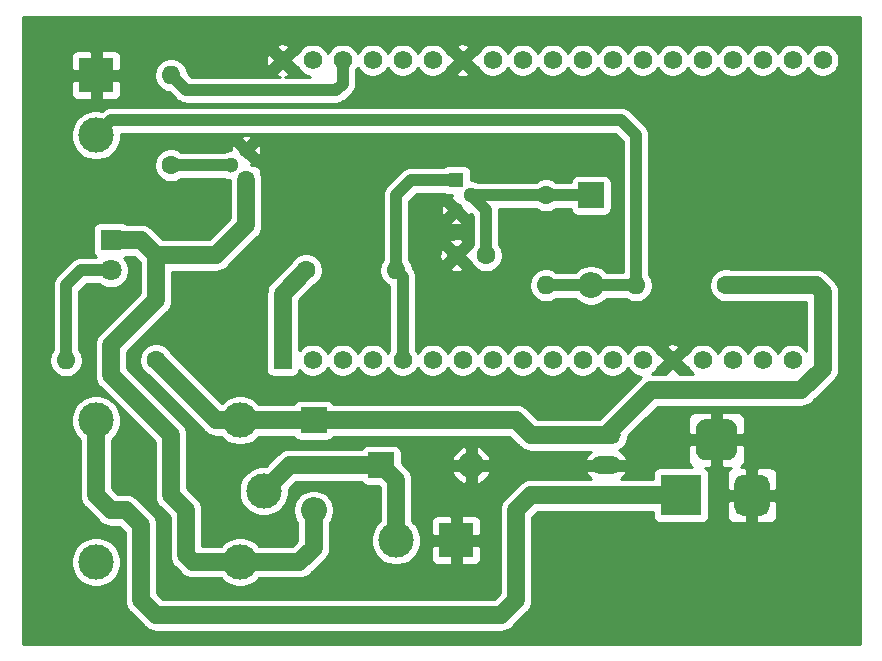
<source format=gbr>
%TF.GenerationSoftware,KiCad,Pcbnew,(5.1.10-dirty)*%
%TF.CreationDate,2021-07-08T15:37:59+02:00*%
%TF.ProjectId,esp32,65737033-322e-46b6-9963-61645f706362,rev?*%
%TF.SameCoordinates,Original*%
%TF.FileFunction,Copper,L2,Bot*%
%TF.FilePolarity,Positive*%
%FSLAX46Y46*%
G04 Gerber Fmt 4.6, Leading zero omitted, Abs format (unit mm)*
G04 Created by KiCad (PCBNEW (5.1.10-dirty)) date 2021-07-08 15:37:59*
%MOMM*%
%LPD*%
G01*
G04 APERTURE LIST*
%TA.AperFunction,ComponentPad*%
%ADD10O,2.200000X2.200000*%
%TD*%
%TA.AperFunction,ComponentPad*%
%ADD11R,2.200000X2.200000*%
%TD*%
%TA.AperFunction,ComponentPad*%
%ADD12R,1.300000X1.300000*%
%TD*%
%TA.AperFunction,ComponentPad*%
%ADD13C,1.300000*%
%TD*%
%TA.AperFunction,ComponentPad*%
%ADD14C,1.800000*%
%TD*%
%TA.AperFunction,ComponentPad*%
%ADD15R,1.800000X1.800000*%
%TD*%
%TA.AperFunction,ComponentPad*%
%ADD16O,1.600000X1.600000*%
%TD*%
%TA.AperFunction,ComponentPad*%
%ADD17C,1.600000*%
%TD*%
%TA.AperFunction,ComponentPad*%
%ADD18C,3.000000*%
%TD*%
%TA.AperFunction,ComponentPad*%
%ADD19R,3.000000X3.000000*%
%TD*%
%TA.AperFunction,ComponentPad*%
%ADD20O,2.500000X1.500000*%
%TD*%
%TA.AperFunction,ComponentPad*%
%ADD21R,2.500000X1.500000*%
%TD*%
%TA.AperFunction,ComponentPad*%
%ADD22C,1.560000*%
%TD*%
%TA.AperFunction,ComponentPad*%
%ADD23R,1.560000X1.560000*%
%TD*%
%TA.AperFunction,ComponentPad*%
%ADD24R,3.500000X3.500000*%
%TD*%
%TA.AperFunction,Conductor*%
%ADD25C,1.500000*%
%TD*%
%TA.AperFunction,Conductor*%
%ADD26C,1.000000*%
%TD*%
%TA.AperFunction,Conductor*%
%ADD27C,0.254000*%
%TD*%
%TA.AperFunction,Conductor*%
%ADD28C,0.100000*%
%TD*%
G04 APERTURE END LIST*
D10*
%TO.P,D4,2*%
%TO.N,GND*%
X48260000Y-48260000D03*
D11*
%TO.P,D4,1*%
%TO.N,Net-(D4-Pad1)*%
X40640000Y-48260000D03*
%TD*%
D12*
%TO.P,Q2,1*%
%TO.N,Net-(D2-Pad2)*%
X29210000Y-24130000D03*
D13*
%TO.P,Q2,3*%
%TO.N,GND*%
X29210000Y-21590000D03*
%TO.P,Q2,2*%
%TO.N,Net-(Q2-Pad2)*%
X27940000Y-22860000D03*
%TD*%
D12*
%TO.P,Q1,1*%
%TO.N,switch*%
X46990000Y-24130000D03*
D13*
%TO.P,Q1,3*%
%TO.N,GND*%
X46990000Y-26670000D03*
%TO.P,Q1,2*%
%TO.N,Net-(C1-Pad1)*%
X48260000Y-25400000D03*
%TD*%
D14*
%TO.P,D3,2*%
%TO.N,Net-(D3-Pad2)*%
X17780000Y-31750000D03*
D15*
%TO.P,D3,1*%
%TO.N,Net-(D2-Pad2)*%
X17780000Y-29210000D03*
%TD*%
D16*
%TO.P,R5,2*%
%TO.N,Net-(D3-Pad2)*%
X13970000Y-39370000D03*
D17*
%TO.P,R5,1*%
%TO.N,+5V*%
X21590000Y-39370000D03*
%TD*%
D16*
%TO.P,R4,2*%
%TO.N,bell*%
X22860000Y-15240000D03*
D17*
%TO.P,R4,1*%
%TO.N,Net-(Q2-Pad2)*%
X22860000Y-22860000D03*
%TD*%
D18*
%TO.P,J3,2*%
%TO.N,Net-(D4-Pad1)*%
X41910000Y-54610000D03*
D19*
%TO.P,J3,1*%
%TO.N,GND*%
X46990000Y-54610000D03*
%TD*%
D10*
%TO.P,D2,2*%
%TO.N,Net-(D2-Pad2)*%
X34925000Y-52070000D03*
D11*
%TO.P,D2,1*%
%TO.N,+5V*%
X34925000Y-44450000D03*
%TD*%
D20*
%TO.P,U2,3*%
%TO.N,+5V*%
X59690000Y-45720000D03*
%TO.P,U2,2*%
%TO.N,GND*%
X59690000Y-48260000D03*
D21*
%TO.P,U2,1*%
%TO.N,+12V*%
X59690000Y-50800000D03*
%TD*%
D16*
%TO.P,R3,2*%
%TO.N,switch*%
X41910000Y-31750000D03*
D17*
%TO.P,R3,1*%
%TO.N,+3V3*%
X34290000Y-31750000D03*
%TD*%
D16*
%TO.P,R2,2*%
%TO.N,Net-(D1-Pad2)*%
X54610000Y-33020000D03*
D17*
%TO.P,R2,1*%
%TO.N,Net-(C1-Pad1)*%
X54610000Y-25400000D03*
%TD*%
D16*
%TO.P,R1,2*%
%TO.N,Net-(D1-Pad2)*%
X62230000Y-33020000D03*
D17*
%TO.P,R1,1*%
%TO.N,+5V*%
X69850000Y-33020000D03*
%TD*%
D18*
%TO.P,J2,2*%
%TO.N,Net-(D1-Pad2)*%
X16510000Y-20320000D03*
D19*
%TO.P,J2,1*%
%TO.N,GND*%
X16510000Y-15240000D03*
%TD*%
D10*
%TO.P,D1,2*%
%TO.N,Net-(D1-Pad2)*%
X58420000Y-33020000D03*
D11*
%TO.P,D1,1*%
%TO.N,Net-(C1-Pad1)*%
X58420000Y-25400000D03*
%TD*%
D17*
%TO.P,C1,2*%
%TO.N,GND*%
X47030000Y-30480000D03*
%TO.P,C1,1*%
%TO.N,Net-(C1-Pad1)*%
X49530000Y-30480000D03*
%TD*%
D18*
%TO.P,K1,11*%
%TO.N,Net-(D4-Pad1)*%
X30710000Y-50450000D03*
%TO.P,K1,A2*%
%TO.N,Net-(D2-Pad2)*%
X28710000Y-56450000D03*
%TO.P,K1,12*%
%TO.N,Net-(K1-Pad12)*%
X16510000Y-56450000D03*
%TO.P,K1,14*%
%TO.N,+12V*%
X16510000Y-44450000D03*
%TO.P,K1,A1*%
%TO.N,+5V*%
X28710000Y-44450000D03*
%TD*%
D22*
%TO.P,U1,38*%
%TO.N,Net-(U1-Pad38)*%
X78030000Y-13970000D03*
%TO.P,U1,37*%
%TO.N,Net-(U1-Pad37)*%
X75490000Y-13970000D03*
%TO.P,U1,36*%
%TO.N,Net-(U1-Pad36)*%
X72950000Y-13970000D03*
%TO.P,U1,35*%
%TO.N,Net-(U1-Pad35)*%
X70410000Y-13970000D03*
%TO.P,U1,34*%
%TO.N,Net-(U1-Pad34)*%
X67870000Y-13970000D03*
%TO.P,U1,33*%
%TO.N,Net-(U1-Pad33)*%
X65330000Y-13970000D03*
%TO.P,U1,32*%
%TO.N,Net-(U1-Pad32)*%
X62790000Y-13970000D03*
%TO.P,U1,31*%
%TO.N,Net-(U1-Pad31)*%
X60250000Y-13970000D03*
%TO.P,U1,30*%
%TO.N,Net-(U1-Pad30)*%
X57710000Y-13970000D03*
%TO.P,U1,29*%
%TO.N,Net-(U1-Pad29)*%
X55170000Y-13970000D03*
%TO.P,U1,28*%
%TO.N,Net-(U1-Pad28)*%
X52630000Y-13970000D03*
%TO.P,U1,27*%
%TO.N,Net-(U1-Pad27)*%
X50090000Y-13970000D03*
%TO.P,U1,26*%
%TO.N,GND*%
X47550000Y-13970000D03*
%TO.P,U1,25*%
%TO.N,Net-(U1-Pad25)*%
X45010000Y-13970000D03*
%TO.P,U1,24*%
%TO.N,Net-(U1-Pad24)*%
X42470000Y-13970000D03*
%TO.P,U1,23*%
%TO.N,Net-(U1-Pad23)*%
X39930000Y-13970000D03*
%TO.P,U1,22*%
%TO.N,bell*%
X37390000Y-13970000D03*
%TO.P,U1,21*%
%TO.N,Net-(U1-Pad21)*%
X34850000Y-13970000D03*
%TO.P,U1,20*%
%TO.N,GND*%
X32310000Y-13970000D03*
%TO.P,U1,18*%
%TO.N,Net-(U1-Pad18)*%
X75490000Y-39370000D03*
%TO.P,U1,17*%
%TO.N,Net-(U1-Pad17)*%
X72950000Y-39370000D03*
%TO.P,U1,16*%
%TO.N,Net-(U1-Pad16)*%
X70410000Y-39370000D03*
%TO.P,U1,15*%
%TO.N,Net-(U1-Pad15)*%
X67870000Y-39370000D03*
%TO.P,U1,14*%
%TO.N,GND*%
X65330000Y-39370000D03*
%TO.P,U1,13*%
%TO.N,Net-(U1-Pad13)*%
X62790000Y-39370000D03*
%TO.P,U1,12*%
%TO.N,Net-(U1-Pad12)*%
X60250000Y-39370000D03*
%TO.P,U1,11*%
%TO.N,Net-(U1-Pad11)*%
X57710000Y-39370000D03*
%TO.P,U1,10*%
%TO.N,Net-(U1-Pad10)*%
X55170000Y-39370000D03*
%TO.P,U1,9*%
%TO.N,Net-(U1-Pad9)*%
X52630000Y-39370000D03*
%TO.P,U1,8*%
%TO.N,Net-(U1-Pad8)*%
X50090000Y-39370000D03*
%TO.P,U1,7*%
%TO.N,Net-(U1-Pad7)*%
X47550000Y-39370000D03*
%TO.P,U1,6*%
%TO.N,Net-(U1-Pad6)*%
X45010000Y-39370000D03*
%TO.P,U1,5*%
%TO.N,switch*%
X42470000Y-39370000D03*
%TO.P,U1,4*%
%TO.N,Net-(U1-Pad4)*%
X39930000Y-39370000D03*
%TO.P,U1,3*%
%TO.N,Net-(U1-Pad3)*%
X37390000Y-39370000D03*
%TO.P,U1,19*%
%TO.N,+5V*%
X78030000Y-39370000D03*
%TO.P,U1,2*%
%TO.N,Net-(U1-Pad2)*%
X34850000Y-39370000D03*
D23*
%TO.P,U1,1*%
%TO.N,+3V3*%
X32310000Y-39370000D03*
%TD*%
%TO.P,J1,3*%
%TO.N,GND*%
%TA.AperFunction,ComponentPad*%
G36*
G01*
X70790000Y-45225000D02*
X70790000Y-46975000D01*
G75*
G02*
X69915000Y-47850000I-875000J0D01*
G01*
X68165000Y-47850000D01*
G75*
G02*
X67290000Y-46975000I0J875000D01*
G01*
X67290000Y-45225000D01*
G75*
G02*
X68165000Y-44350000I875000J0D01*
G01*
X69915000Y-44350000D01*
G75*
G02*
X70790000Y-45225000I0J-875000D01*
G01*
G37*
%TD.AperFunction*%
%TO.P,J1,2*%
%TA.AperFunction,ComponentPad*%
G36*
G01*
X73540000Y-49800000D02*
X73540000Y-51800000D01*
G75*
G02*
X72790000Y-52550000I-750000J0D01*
G01*
X71290000Y-52550000D01*
G75*
G02*
X70540000Y-51800000I0J750000D01*
G01*
X70540000Y-49800000D01*
G75*
G02*
X71290000Y-49050000I750000J0D01*
G01*
X72790000Y-49050000D01*
G75*
G02*
X73540000Y-49800000I0J-750000D01*
G01*
G37*
%TD.AperFunction*%
D24*
%TO.P,J1,1*%
%TO.N,+12V*%
X66040000Y-50800000D03*
%TD*%
D25*
%TO.N,+5V*%
X59690000Y-45720000D02*
X63500000Y-41910000D01*
X63500000Y-41910000D02*
X76200000Y-41910000D01*
X78030000Y-40080000D02*
X78030000Y-39370000D01*
X76200000Y-41910000D02*
X78030000Y-40080000D01*
X78030000Y-39370000D02*
X78030000Y-33580000D01*
X77470000Y-33020000D02*
X69850000Y-33020000D01*
X78030000Y-33580000D02*
X77470000Y-33020000D01*
X59690000Y-45720000D02*
X53340000Y-45720000D01*
X53340000Y-45720000D02*
X52070000Y-44450000D01*
X52070000Y-44450000D02*
X34925000Y-44450000D01*
X34925000Y-44450000D02*
X28710000Y-44450000D01*
X26670000Y-44450000D02*
X21590000Y-39370000D01*
X28710000Y-44450000D02*
X26670000Y-44450000D01*
%TO.N,+12V*%
X59690000Y-50800000D02*
X66040000Y-50800000D01*
X53340000Y-50800000D02*
X59690000Y-50800000D01*
X52070000Y-52070000D02*
X53340000Y-50800000D01*
X52070000Y-59690000D02*
X52070000Y-52070000D01*
X50800000Y-60960000D02*
X52070000Y-59690000D01*
X21590000Y-60960000D02*
X50800000Y-60960000D01*
X16510000Y-44450000D02*
X16510000Y-50800000D01*
X16510000Y-50800000D02*
X17780000Y-52070000D01*
X17780000Y-52070000D02*
X19050000Y-52070000D01*
X19050000Y-52070000D02*
X20320000Y-53340000D01*
X20320000Y-53340000D02*
X20320000Y-59690000D01*
X20320000Y-59690000D02*
X21590000Y-60960000D01*
D26*
%TO.N,Net-(C1-Pad1)*%
X48260000Y-25400000D02*
X54610000Y-25400000D01*
X54610000Y-25400000D02*
X58420000Y-25400000D01*
X49530000Y-26670000D02*
X48260000Y-25400000D01*
X49530000Y-30480000D02*
X49530000Y-26670000D01*
%TO.N,Net-(D1-Pad2)*%
X62230000Y-33020000D02*
X58420000Y-33020000D01*
X58420000Y-33020000D02*
X54610000Y-33020000D01*
X16510000Y-20320000D02*
X17780000Y-19050000D01*
X17780000Y-19050000D02*
X60960000Y-19050000D01*
X62230000Y-20320000D02*
X62230000Y-33020000D01*
X60960000Y-19050000D02*
X62230000Y-20320000D01*
%TO.N,switch*%
X42470000Y-32310000D02*
X41910000Y-31750000D01*
X42470000Y-39370000D02*
X42470000Y-32310000D01*
X41910000Y-31750000D02*
X41910000Y-25400000D01*
X43180000Y-24130000D02*
X46990000Y-24130000D01*
X41910000Y-25400000D02*
X43180000Y-24130000D01*
D25*
%TO.N,+3V3*%
X32310000Y-33730000D02*
X34290000Y-31750000D01*
X32310000Y-39370000D02*
X32310000Y-33730000D01*
%TO.N,Net-(D2-Pad2)*%
X28710000Y-56450000D02*
X33720000Y-56450000D01*
X34925000Y-55245000D02*
X34925000Y-52070000D01*
X33720000Y-56450000D02*
X34925000Y-55245000D01*
X20320000Y-29210000D02*
X17780000Y-29210000D01*
X21590000Y-30480000D02*
X20320000Y-29210000D01*
X26670000Y-30480000D02*
X21590000Y-30480000D01*
X29210000Y-24130000D02*
X29210000Y-27940000D01*
X29210000Y-27940000D02*
X26670000Y-30480000D01*
X17780000Y-38100000D02*
X21590000Y-34290000D01*
X17780000Y-40640000D02*
X17780000Y-38100000D01*
X24700000Y-56450000D02*
X24130000Y-55880000D01*
X21590000Y-34290000D02*
X21590000Y-30480000D01*
X28710000Y-56450000D02*
X24700000Y-56450000D01*
X22860000Y-45720000D02*
X17780000Y-40640000D01*
X24130000Y-55880000D02*
X24130000Y-52070000D01*
X24130000Y-52070000D02*
X22860000Y-50800000D01*
X22860000Y-50800000D02*
X22860000Y-45720000D01*
D26*
%TO.N,Net-(Q2-Pad2)*%
X27940000Y-22860000D02*
X22860000Y-22860000D01*
%TO.N,bell*%
X24130000Y-16510000D02*
X22860000Y-15240000D01*
X36830000Y-16510000D02*
X24130000Y-16510000D01*
X37390000Y-13970000D02*
X37390000Y-15950000D01*
X37390000Y-15950000D02*
X36830000Y-16510000D01*
%TO.N,Net-(D3-Pad2)*%
X13970000Y-39370000D02*
X13970000Y-33020000D01*
X15240000Y-31750000D02*
X17780000Y-31750000D01*
X13970000Y-33020000D02*
X15240000Y-31750000D01*
D25*
%TO.N,Net-(D4-Pad1)*%
X32900000Y-48260000D02*
X40640000Y-48260000D01*
X30710000Y-50450000D02*
X32900000Y-48260000D01*
X41910000Y-49530000D02*
X40640000Y-48260000D01*
X41910000Y-54610000D02*
X41910000Y-49530000D01*
%TD*%
D27*
%TO.N,GND*%
X81153000Y-63373000D02*
X10287000Y-63373000D01*
X10287000Y-56239721D01*
X14375000Y-56239721D01*
X14375000Y-56660279D01*
X14457047Y-57072756D01*
X14617988Y-57461302D01*
X14851637Y-57810983D01*
X15149017Y-58108363D01*
X15498698Y-58342012D01*
X15887244Y-58502953D01*
X16299721Y-58585000D01*
X16720279Y-58585000D01*
X17132756Y-58502953D01*
X17521302Y-58342012D01*
X17870983Y-58108363D01*
X18168363Y-57810983D01*
X18402012Y-57461302D01*
X18562953Y-57072756D01*
X18645000Y-56660279D01*
X18645000Y-56239721D01*
X18562953Y-55827244D01*
X18402012Y-55438698D01*
X18168363Y-55089017D01*
X17870983Y-54791637D01*
X17521302Y-54557988D01*
X17132756Y-54397047D01*
X16720279Y-54315000D01*
X16299721Y-54315000D01*
X15887244Y-54397047D01*
X15498698Y-54557988D01*
X15149017Y-54791637D01*
X14851637Y-55089017D01*
X14617988Y-55438698D01*
X14457047Y-55827244D01*
X14375000Y-56239721D01*
X10287000Y-56239721D01*
X10287000Y-44239721D01*
X14375000Y-44239721D01*
X14375000Y-44660279D01*
X14457047Y-45072756D01*
X14617988Y-45461302D01*
X14851637Y-45810983D01*
X15125000Y-46084346D01*
X15125001Y-50731961D01*
X15118300Y-50800000D01*
X15145040Y-51071507D01*
X15224236Y-51332580D01*
X15352844Y-51573188D01*
X15482548Y-51731233D01*
X15482549Y-51731234D01*
X15525920Y-51784081D01*
X15578764Y-51827449D01*
X16752550Y-53001236D01*
X16795919Y-53054081D01*
X16848764Y-53097450D01*
X16848766Y-53097452D01*
X16864056Y-53110000D01*
X17006812Y-53227157D01*
X17247419Y-53355764D01*
X17508493Y-53434960D01*
X17711963Y-53455000D01*
X17711972Y-53455000D01*
X17779999Y-53461700D01*
X17848026Y-53455000D01*
X18476315Y-53455000D01*
X18935000Y-53913686D01*
X18935001Y-59621961D01*
X18928300Y-59690000D01*
X18955040Y-59961507D01*
X19034236Y-60222580D01*
X19162844Y-60463188D01*
X19292548Y-60621233D01*
X19292549Y-60621234D01*
X19335920Y-60674081D01*
X19388764Y-60717449D01*
X20562550Y-61891236D01*
X20605919Y-61944081D01*
X20658764Y-61987450D01*
X20658766Y-61987452D01*
X20771099Y-62079641D01*
X20816812Y-62117157D01*
X21057419Y-62245764D01*
X21318493Y-62324960D01*
X21521963Y-62345000D01*
X21521972Y-62345000D01*
X21589999Y-62351700D01*
X21658026Y-62345000D01*
X50731971Y-62345000D01*
X50800000Y-62351700D01*
X50868029Y-62345000D01*
X50868037Y-62345000D01*
X51071507Y-62324960D01*
X51332581Y-62245764D01*
X51573188Y-62117157D01*
X51784081Y-61944081D01*
X51827454Y-61891231D01*
X53001241Y-60717445D01*
X53054080Y-60674081D01*
X53097445Y-60621241D01*
X53097452Y-60621234D01*
X53227156Y-60463189D01*
X53227157Y-60463188D01*
X53355764Y-60222581D01*
X53434960Y-59961507D01*
X53455000Y-59758037D01*
X53455000Y-59758028D01*
X53461700Y-59690001D01*
X53455000Y-59621974D01*
X53455000Y-52643685D01*
X53913686Y-52185000D01*
X58408808Y-52185000D01*
X58440000Y-52188072D01*
X60940000Y-52188072D01*
X60971192Y-52185000D01*
X63651928Y-52185000D01*
X63651928Y-52550000D01*
X63664188Y-52674482D01*
X63700498Y-52794180D01*
X63759463Y-52904494D01*
X63838815Y-53001185D01*
X63935506Y-53080537D01*
X64045820Y-53139502D01*
X64165518Y-53175812D01*
X64290000Y-53188072D01*
X67790000Y-53188072D01*
X67914482Y-53175812D01*
X68034180Y-53139502D01*
X68144494Y-53080537D01*
X68241185Y-53001185D01*
X68320537Y-52904494D01*
X68379502Y-52794180D01*
X68415812Y-52674482D01*
X68428072Y-52550000D01*
X69901928Y-52550000D01*
X69914188Y-52674482D01*
X69950498Y-52794180D01*
X70009463Y-52904494D01*
X70088815Y-53001185D01*
X70185506Y-53080537D01*
X70295820Y-53139502D01*
X70415518Y-53175812D01*
X70540000Y-53188072D01*
X71500250Y-53185000D01*
X71659000Y-53026250D01*
X71659000Y-51181000D01*
X72421000Y-51181000D01*
X72421000Y-53026250D01*
X72579750Y-53185000D01*
X73540000Y-53188072D01*
X73664482Y-53175812D01*
X73784180Y-53139502D01*
X73894494Y-53080537D01*
X73991185Y-53001185D01*
X74070537Y-52904494D01*
X74129502Y-52794180D01*
X74165812Y-52674482D01*
X74178072Y-52550000D01*
X74175000Y-51339750D01*
X74016250Y-51181000D01*
X72421000Y-51181000D01*
X71659000Y-51181000D01*
X70063750Y-51181000D01*
X69905000Y-51339750D01*
X69901928Y-52550000D01*
X68428072Y-52550000D01*
X68428072Y-49050000D01*
X68415812Y-48925518D01*
X68379502Y-48805820D01*
X68320537Y-48695506D01*
X68241185Y-48598815D01*
X68144494Y-48519463D01*
X68082005Y-48486062D01*
X68500250Y-48485000D01*
X68659000Y-48326250D01*
X68659000Y-46481000D01*
X69421000Y-46481000D01*
X69421000Y-48326250D01*
X69579750Y-48485000D01*
X70246813Y-48486693D01*
X70185506Y-48519463D01*
X70088815Y-48598815D01*
X70009463Y-48695506D01*
X69950498Y-48805820D01*
X69914188Y-48925518D01*
X69901928Y-49050000D01*
X69905000Y-50260250D01*
X70063750Y-50419000D01*
X71659000Y-50419000D01*
X71659000Y-48573750D01*
X72421000Y-48573750D01*
X72421000Y-50419000D01*
X74016250Y-50419000D01*
X74175000Y-50260250D01*
X74178072Y-49050000D01*
X74165812Y-48925518D01*
X74129502Y-48805820D01*
X74070537Y-48695506D01*
X73991185Y-48598815D01*
X73894494Y-48519463D01*
X73784180Y-48460498D01*
X73664482Y-48424188D01*
X73540000Y-48411928D01*
X72579750Y-48415000D01*
X72421000Y-48573750D01*
X71659000Y-48573750D01*
X71500250Y-48415000D01*
X71082519Y-48413664D01*
X71144494Y-48380537D01*
X71241185Y-48301185D01*
X71320537Y-48204494D01*
X71379502Y-48094180D01*
X71415812Y-47974482D01*
X71428072Y-47850000D01*
X71425000Y-46639750D01*
X71266250Y-46481000D01*
X69421000Y-46481000D01*
X68659000Y-46481000D01*
X66813750Y-46481000D01*
X66655000Y-46639750D01*
X66651928Y-47850000D01*
X66664188Y-47974482D01*
X66700498Y-48094180D01*
X66759463Y-48204494D01*
X66838815Y-48301185D01*
X66935506Y-48380537D01*
X66994233Y-48411928D01*
X64290000Y-48411928D01*
X64165518Y-48424188D01*
X64045820Y-48460498D01*
X63935506Y-48519463D01*
X63838815Y-48598815D01*
X63759463Y-48695506D01*
X63700498Y-48805820D01*
X63664188Y-48925518D01*
X63651928Y-49050000D01*
X63651928Y-49415000D01*
X60982154Y-49415000D01*
X61053797Y-49369760D01*
X61253703Y-49179918D01*
X61412731Y-48954724D01*
X61445569Y-48844612D01*
X61355559Y-48641000D01*
X60071000Y-48641000D01*
X60071000Y-48661000D01*
X59309000Y-48661000D01*
X59309000Y-48641000D01*
X58024441Y-48641000D01*
X57934431Y-48844612D01*
X57967269Y-48954724D01*
X58126297Y-49179918D01*
X58326203Y-49369760D01*
X58397846Y-49415000D01*
X53408026Y-49415000D01*
X53339999Y-49408300D01*
X53271972Y-49415000D01*
X53271963Y-49415000D01*
X53068493Y-49435040D01*
X52807419Y-49514236D01*
X52566812Y-49642843D01*
X52566810Y-49642844D01*
X52566811Y-49642844D01*
X52408766Y-49772548D01*
X52408764Y-49772550D01*
X52355919Y-49815919D01*
X52312550Y-49868764D01*
X51138764Y-51042551D01*
X51085920Y-51085919D01*
X51042551Y-51138764D01*
X51042548Y-51138767D01*
X50912844Y-51296812D01*
X50784236Y-51537420D01*
X50705040Y-51798493D01*
X50678300Y-52070000D01*
X50685001Y-52138039D01*
X50685000Y-59116314D01*
X50226315Y-59575000D01*
X22163686Y-59575000D01*
X21705000Y-59116315D01*
X21705000Y-53408026D01*
X21711700Y-53339999D01*
X21705000Y-53271972D01*
X21705000Y-53271963D01*
X21684960Y-53068493D01*
X21605764Y-52807419D01*
X21477157Y-52566812D01*
X21409349Y-52484188D01*
X21347452Y-52408766D01*
X21347445Y-52408759D01*
X21304080Y-52355919D01*
X21251241Y-52312555D01*
X20077452Y-51138767D01*
X20034081Y-51085919D01*
X19823188Y-50912843D01*
X19582581Y-50784236D01*
X19321507Y-50705040D01*
X19118037Y-50685000D01*
X19118029Y-50685000D01*
X19050000Y-50678300D01*
X18981971Y-50685000D01*
X18353686Y-50685000D01*
X17895000Y-50226315D01*
X17895000Y-46084346D01*
X18168363Y-45810983D01*
X18402012Y-45461302D01*
X18562953Y-45072756D01*
X18645000Y-44660279D01*
X18645000Y-44239721D01*
X18562953Y-43827244D01*
X18402012Y-43438698D01*
X18168363Y-43089017D01*
X17870983Y-42791637D01*
X17521302Y-42557988D01*
X17132756Y-42397047D01*
X16720279Y-42315000D01*
X16299721Y-42315000D01*
X15887244Y-42397047D01*
X15498698Y-42557988D01*
X15149017Y-42791637D01*
X14851637Y-43089017D01*
X14617988Y-43438698D01*
X14457047Y-43827244D01*
X14375000Y-44239721D01*
X10287000Y-44239721D01*
X10287000Y-39228665D01*
X12535000Y-39228665D01*
X12535000Y-39511335D01*
X12590147Y-39788574D01*
X12698320Y-40049727D01*
X12855363Y-40284759D01*
X13055241Y-40484637D01*
X13290273Y-40641680D01*
X13551426Y-40749853D01*
X13828665Y-40805000D01*
X14111335Y-40805000D01*
X14388574Y-40749853D01*
X14649727Y-40641680D01*
X14884759Y-40484637D01*
X15084637Y-40284759D01*
X15241680Y-40049727D01*
X15349853Y-39788574D01*
X15405000Y-39511335D01*
X15405000Y-39228665D01*
X15349853Y-38951426D01*
X15241680Y-38690273D01*
X15105000Y-38485716D01*
X15105000Y-33490131D01*
X15710132Y-32885000D01*
X16744183Y-32885000D01*
X16801495Y-32942312D01*
X17052905Y-33110299D01*
X17332257Y-33226011D01*
X17628816Y-33285000D01*
X17931184Y-33285000D01*
X18227743Y-33226011D01*
X18507095Y-33110299D01*
X18758505Y-32942312D01*
X18972312Y-32728505D01*
X19140299Y-32477095D01*
X19256011Y-32197743D01*
X19315000Y-31901184D01*
X19315000Y-31598816D01*
X19256011Y-31302257D01*
X19140299Y-31022905D01*
X18972312Y-30771495D01*
X18905873Y-30705056D01*
X18924180Y-30699502D01*
X19034494Y-30640537D01*
X19089981Y-30595000D01*
X19746315Y-30595000D01*
X20205001Y-31053687D01*
X20205000Y-33716314D01*
X16848764Y-37072551D01*
X16795920Y-37115919D01*
X16752551Y-37168764D01*
X16752548Y-37168767D01*
X16622844Y-37326812D01*
X16494236Y-37567420D01*
X16415040Y-37828493D01*
X16388300Y-38100000D01*
X16395001Y-38168039D01*
X16395000Y-40571970D01*
X16388300Y-40640000D01*
X16395000Y-40708029D01*
X16395000Y-40708036D01*
X16415040Y-40911506D01*
X16494236Y-41172580D01*
X16622843Y-41413187D01*
X16795919Y-41624080D01*
X16848765Y-41667450D01*
X21475001Y-46293687D01*
X21475000Y-50731971D01*
X21468300Y-50800000D01*
X21475000Y-50868029D01*
X21475000Y-50868036D01*
X21484452Y-50964002D01*
X21495040Y-51071507D01*
X21541052Y-51223188D01*
X21574236Y-51332580D01*
X21702843Y-51573187D01*
X21875919Y-51784080D01*
X21928765Y-51827450D01*
X22745001Y-52643687D01*
X22745000Y-55811971D01*
X22738300Y-55880000D01*
X22745000Y-55948029D01*
X22745000Y-55948036D01*
X22760952Y-56110000D01*
X22765040Y-56151507D01*
X22841074Y-56402157D01*
X22844236Y-56412580D01*
X22972843Y-56653187D01*
X23145919Y-56864080D01*
X23198765Y-56907450D01*
X23672546Y-57381231D01*
X23715919Y-57434081D01*
X23926812Y-57607157D01*
X24167419Y-57735764D01*
X24428493Y-57814960D01*
X24631963Y-57835000D01*
X24631971Y-57835000D01*
X24700000Y-57841700D01*
X24768029Y-57835000D01*
X27075654Y-57835000D01*
X27349017Y-58108363D01*
X27698698Y-58342012D01*
X28087244Y-58502953D01*
X28499721Y-58585000D01*
X28920279Y-58585000D01*
X29332756Y-58502953D01*
X29721302Y-58342012D01*
X30070983Y-58108363D01*
X30344346Y-57835000D01*
X33651971Y-57835000D01*
X33720000Y-57841700D01*
X33788029Y-57835000D01*
X33788037Y-57835000D01*
X33991507Y-57814960D01*
X34252581Y-57735764D01*
X34493188Y-57607157D01*
X34704081Y-57434081D01*
X34747454Y-57381231D01*
X35856241Y-56272445D01*
X35909080Y-56229081D01*
X35952445Y-56176241D01*
X35952452Y-56176234D01*
X36082156Y-56018189D01*
X36082157Y-56018188D01*
X36210764Y-55777581D01*
X36289960Y-55516507D01*
X36310000Y-55313037D01*
X36310000Y-55313028D01*
X36316700Y-55245001D01*
X36310000Y-55176974D01*
X36310000Y-53120119D01*
X36462537Y-52891831D01*
X36593325Y-52576081D01*
X36660000Y-52240883D01*
X36660000Y-51899117D01*
X36593325Y-51563919D01*
X36462537Y-51248169D01*
X36272663Y-50964002D01*
X36030998Y-50722337D01*
X35746831Y-50532463D01*
X35431081Y-50401675D01*
X35095883Y-50335000D01*
X34754117Y-50335000D01*
X34418919Y-50401675D01*
X34103169Y-50532463D01*
X33819002Y-50722337D01*
X33577337Y-50964002D01*
X33387463Y-51248169D01*
X33256675Y-51563919D01*
X33190000Y-51899117D01*
X33190000Y-52240883D01*
X33256675Y-52576081D01*
X33387463Y-52891831D01*
X33540001Y-53120120D01*
X33540000Y-54671314D01*
X33146315Y-55065000D01*
X30344346Y-55065000D01*
X30070983Y-54791637D01*
X29721302Y-54557988D01*
X29332756Y-54397047D01*
X28920279Y-54315000D01*
X28499721Y-54315000D01*
X28087244Y-54397047D01*
X27698698Y-54557988D01*
X27349017Y-54791637D01*
X27075654Y-55065000D01*
X25515000Y-55065000D01*
X25515000Y-52138026D01*
X25521700Y-52069999D01*
X25515000Y-52001972D01*
X25515000Y-52001963D01*
X25494960Y-51798493D01*
X25415764Y-51537419D01*
X25287157Y-51296812D01*
X25226735Y-51223188D01*
X25157452Y-51138766D01*
X25157450Y-51138764D01*
X25114081Y-51085919D01*
X25061236Y-51042550D01*
X24258407Y-50239721D01*
X28575000Y-50239721D01*
X28575000Y-50660279D01*
X28657047Y-51072756D01*
X28817988Y-51461302D01*
X29051637Y-51810983D01*
X29349017Y-52108363D01*
X29698698Y-52342012D01*
X30087244Y-52502953D01*
X30499721Y-52585000D01*
X30920279Y-52585000D01*
X31332756Y-52502953D01*
X31721302Y-52342012D01*
X32070983Y-52108363D01*
X32368363Y-51810983D01*
X32602012Y-51461302D01*
X32762953Y-51072756D01*
X32845000Y-50660279D01*
X32845000Y-50273686D01*
X33473686Y-49645000D01*
X38972317Y-49645000D01*
X39009463Y-49714494D01*
X39088815Y-49811185D01*
X39185506Y-49890537D01*
X39295820Y-49949502D01*
X39415518Y-49985812D01*
X39540000Y-49998072D01*
X40419386Y-49998072D01*
X40525001Y-50103687D01*
X40525000Y-52975654D01*
X40251637Y-53249017D01*
X40017988Y-53598698D01*
X39857047Y-53987244D01*
X39775000Y-54399721D01*
X39775000Y-54820279D01*
X39857047Y-55232756D01*
X40017988Y-55621302D01*
X40251637Y-55970983D01*
X40549017Y-56268363D01*
X40898698Y-56502012D01*
X41287244Y-56662953D01*
X41699721Y-56745000D01*
X42120279Y-56745000D01*
X42532756Y-56662953D01*
X42921302Y-56502012D01*
X43270983Y-56268363D01*
X43429346Y-56110000D01*
X44851928Y-56110000D01*
X44864188Y-56234482D01*
X44900498Y-56354180D01*
X44959463Y-56464494D01*
X45038815Y-56561185D01*
X45135506Y-56640537D01*
X45245820Y-56699502D01*
X45365518Y-56735812D01*
X45490000Y-56748072D01*
X46450250Y-56745000D01*
X46609000Y-56586250D01*
X46609000Y-54991000D01*
X47371000Y-54991000D01*
X47371000Y-56586250D01*
X47529750Y-56745000D01*
X48490000Y-56748072D01*
X48614482Y-56735812D01*
X48734180Y-56699502D01*
X48844494Y-56640537D01*
X48941185Y-56561185D01*
X49020537Y-56464494D01*
X49079502Y-56354180D01*
X49115812Y-56234482D01*
X49128072Y-56110000D01*
X49125000Y-55149750D01*
X48966250Y-54991000D01*
X47371000Y-54991000D01*
X46609000Y-54991000D01*
X45013750Y-54991000D01*
X44855000Y-55149750D01*
X44851928Y-56110000D01*
X43429346Y-56110000D01*
X43568363Y-55970983D01*
X43802012Y-55621302D01*
X43962953Y-55232756D01*
X44045000Y-54820279D01*
X44045000Y-54399721D01*
X43962953Y-53987244D01*
X43802012Y-53598698D01*
X43568363Y-53249017D01*
X43429346Y-53110000D01*
X44851928Y-53110000D01*
X44855000Y-54070250D01*
X45013750Y-54229000D01*
X46609000Y-54229000D01*
X46609000Y-52633750D01*
X47371000Y-52633750D01*
X47371000Y-54229000D01*
X48966250Y-54229000D01*
X49125000Y-54070250D01*
X49128072Y-53110000D01*
X49115812Y-52985518D01*
X49079502Y-52865820D01*
X49020537Y-52755506D01*
X48941185Y-52658815D01*
X48844494Y-52579463D01*
X48734180Y-52520498D01*
X48614482Y-52484188D01*
X48490000Y-52471928D01*
X47529750Y-52475000D01*
X47371000Y-52633750D01*
X46609000Y-52633750D01*
X46450250Y-52475000D01*
X45490000Y-52471928D01*
X45365518Y-52484188D01*
X45245820Y-52520498D01*
X45135506Y-52579463D01*
X45038815Y-52658815D01*
X44959463Y-52755506D01*
X44900498Y-52865820D01*
X44864188Y-52985518D01*
X44851928Y-53110000D01*
X43429346Y-53110000D01*
X43295000Y-52975654D01*
X43295000Y-49598026D01*
X43301700Y-49529999D01*
X43295000Y-49461972D01*
X43295000Y-49461963D01*
X43274960Y-49258493D01*
X43195764Y-48997419D01*
X43144280Y-48901098D01*
X46647791Y-48901098D01*
X46666662Y-48946687D01*
X46831243Y-49244337D01*
X47050731Y-49504160D01*
X47316690Y-49716171D01*
X47618900Y-49872222D01*
X47879000Y-49793913D01*
X47879000Y-48641000D01*
X48641000Y-48641000D01*
X48641000Y-49793913D01*
X48901100Y-49872222D01*
X49203310Y-49716171D01*
X49469269Y-49504160D01*
X49688757Y-49244337D01*
X49853338Y-48946687D01*
X49872209Y-48901098D01*
X49789511Y-48641000D01*
X48641000Y-48641000D01*
X47879000Y-48641000D01*
X46730489Y-48641000D01*
X46647791Y-48901098D01*
X43144280Y-48901098D01*
X43067157Y-48756812D01*
X43016844Y-48695506D01*
X42937452Y-48598766D01*
X42937450Y-48598764D01*
X42894081Y-48545919D01*
X42841236Y-48502550D01*
X42378072Y-48039386D01*
X42378072Y-47618902D01*
X46647791Y-47618902D01*
X46730489Y-47879000D01*
X47879000Y-47879000D01*
X47879000Y-46726087D01*
X48641000Y-46726087D01*
X48641000Y-47879000D01*
X49789511Y-47879000D01*
X49872209Y-47618902D01*
X49853338Y-47573313D01*
X49688757Y-47275663D01*
X49469269Y-47015840D01*
X49203310Y-46803829D01*
X48901100Y-46647778D01*
X48641000Y-46726087D01*
X47879000Y-46726087D01*
X47618900Y-46647778D01*
X47316690Y-46803829D01*
X47050731Y-47015840D01*
X46831243Y-47275663D01*
X46666662Y-47573313D01*
X46647791Y-47618902D01*
X42378072Y-47618902D01*
X42378072Y-47160000D01*
X42365812Y-47035518D01*
X42329502Y-46915820D01*
X42270537Y-46805506D01*
X42191185Y-46708815D01*
X42094494Y-46629463D01*
X41984180Y-46570498D01*
X41864482Y-46534188D01*
X41740000Y-46521928D01*
X39540000Y-46521928D01*
X39415518Y-46534188D01*
X39295820Y-46570498D01*
X39185506Y-46629463D01*
X39088815Y-46708815D01*
X39009463Y-46805506D01*
X38972317Y-46875000D01*
X32968029Y-46875000D01*
X32900000Y-46868300D01*
X32831971Y-46875000D01*
X32831963Y-46875000D01*
X32628493Y-46895040D01*
X32367419Y-46974236D01*
X32126812Y-47102843D01*
X31968766Y-47232548D01*
X31968764Y-47232550D01*
X31915919Y-47275919D01*
X31872550Y-47328764D01*
X30886314Y-48315000D01*
X30499721Y-48315000D01*
X30087244Y-48397047D01*
X29698698Y-48557988D01*
X29349017Y-48791637D01*
X29051637Y-49089017D01*
X28817988Y-49438698D01*
X28657047Y-49827244D01*
X28575000Y-50239721D01*
X24258407Y-50239721D01*
X24245000Y-50226315D01*
X24245000Y-45788029D01*
X24251700Y-45720000D01*
X24245000Y-45651971D01*
X24245000Y-45651963D01*
X24224960Y-45448493D01*
X24145764Y-45187419D01*
X24017157Y-44946812D01*
X23927125Y-44837108D01*
X23887452Y-44788766D01*
X23887450Y-44788764D01*
X23844081Y-44735919D01*
X23791236Y-44692550D01*
X19165000Y-40066315D01*
X19165000Y-39228665D01*
X20155000Y-39228665D01*
X20155000Y-39511335D01*
X20210147Y-39788574D01*
X20318320Y-40049727D01*
X20475363Y-40284759D01*
X20675241Y-40484637D01*
X20888339Y-40627024D01*
X25642550Y-45381236D01*
X25685919Y-45434081D01*
X25738764Y-45477450D01*
X25738766Y-45477452D01*
X25787108Y-45517125D01*
X25896812Y-45607157D01*
X26106056Y-45719000D01*
X26137419Y-45735764D01*
X26398492Y-45814960D01*
X26421892Y-45817265D01*
X26601963Y-45835000D01*
X26601971Y-45835000D01*
X26670000Y-45841700D01*
X26738029Y-45835000D01*
X27075654Y-45835000D01*
X27349017Y-46108363D01*
X27698698Y-46342012D01*
X28087244Y-46502953D01*
X28499721Y-46585000D01*
X28920279Y-46585000D01*
X29332756Y-46502953D01*
X29721302Y-46342012D01*
X30070983Y-46108363D01*
X30344346Y-45835000D01*
X33257317Y-45835000D01*
X33294463Y-45904494D01*
X33373815Y-46001185D01*
X33470506Y-46080537D01*
X33580820Y-46139502D01*
X33700518Y-46175812D01*
X33825000Y-46188072D01*
X36025000Y-46188072D01*
X36149482Y-46175812D01*
X36269180Y-46139502D01*
X36379494Y-46080537D01*
X36476185Y-46001185D01*
X36555537Y-45904494D01*
X36592683Y-45835000D01*
X51496315Y-45835000D01*
X52312550Y-46651236D01*
X52355919Y-46704081D01*
X52408764Y-46747450D01*
X52408766Y-46747452D01*
X52477462Y-46803829D01*
X52566812Y-46877157D01*
X52807419Y-47005764D01*
X53068493Y-47084960D01*
X53271963Y-47105000D01*
X53271972Y-47105000D01*
X53339999Y-47111700D01*
X53408026Y-47105000D01*
X58397846Y-47105000D01*
X58326203Y-47150240D01*
X58126297Y-47340082D01*
X57967269Y-47565276D01*
X57934431Y-47675388D01*
X58024441Y-47879000D01*
X59309000Y-47879000D01*
X59309000Y-47859000D01*
X60071000Y-47859000D01*
X60071000Y-47879000D01*
X61355559Y-47879000D01*
X61445569Y-47675388D01*
X61412731Y-47565276D01*
X61253703Y-47340082D01*
X61053797Y-47150240D01*
X60820696Y-47003045D01*
X60766577Y-46982248D01*
X60963188Y-46877157D01*
X61174081Y-46704081D01*
X61347157Y-46493188D01*
X61475764Y-46252581D01*
X61554960Y-45991507D01*
X61574383Y-45794302D01*
X63018685Y-44350000D01*
X66651928Y-44350000D01*
X66655000Y-45560250D01*
X66813750Y-45719000D01*
X68659000Y-45719000D01*
X68659000Y-43873750D01*
X69421000Y-43873750D01*
X69421000Y-45719000D01*
X71266250Y-45719000D01*
X71425000Y-45560250D01*
X71428072Y-44350000D01*
X71415812Y-44225518D01*
X71379502Y-44105820D01*
X71320537Y-43995506D01*
X71241185Y-43898815D01*
X71144494Y-43819463D01*
X71034180Y-43760498D01*
X70914482Y-43724188D01*
X70790000Y-43711928D01*
X69579750Y-43715000D01*
X69421000Y-43873750D01*
X68659000Y-43873750D01*
X68500250Y-43715000D01*
X67290000Y-43711928D01*
X67165518Y-43724188D01*
X67045820Y-43760498D01*
X66935506Y-43819463D01*
X66838815Y-43898815D01*
X66759463Y-43995506D01*
X66700498Y-44105820D01*
X66664188Y-44225518D01*
X66651928Y-44350000D01*
X63018685Y-44350000D01*
X64073686Y-43295000D01*
X76131971Y-43295000D01*
X76200000Y-43301700D01*
X76268029Y-43295000D01*
X76268037Y-43295000D01*
X76471507Y-43274960D01*
X76732581Y-43195764D01*
X76973188Y-43067157D01*
X77184081Y-42894081D01*
X77227454Y-42841231D01*
X78961241Y-41107445D01*
X79014080Y-41064081D01*
X79057445Y-41011241D01*
X79057452Y-41011234D01*
X79187157Y-40853188D01*
X79315764Y-40612581D01*
X79394960Y-40351507D01*
X79398232Y-40318284D01*
X79415000Y-40148037D01*
X79415000Y-40148029D01*
X79421700Y-40080000D01*
X79415000Y-40011971D01*
X79415000Y-39660187D01*
X79445000Y-39509365D01*
X79445000Y-39230635D01*
X79415000Y-39079813D01*
X79415000Y-33648029D01*
X79421700Y-33580000D01*
X79415000Y-33511971D01*
X79415000Y-33511963D01*
X79394960Y-33308493D01*
X79315764Y-33047419D01*
X79187157Y-32806812D01*
X79014081Y-32595919D01*
X78961231Y-32552546D01*
X78497454Y-32088769D01*
X78454081Y-32035919D01*
X78243188Y-31862843D01*
X78002581Y-31734236D01*
X77741507Y-31655040D01*
X77538037Y-31635000D01*
X77538029Y-31635000D01*
X77470000Y-31628300D01*
X77401971Y-31635000D01*
X70242699Y-31635000D01*
X69991335Y-31585000D01*
X69708665Y-31585000D01*
X69431426Y-31640147D01*
X69170273Y-31748320D01*
X68935241Y-31905363D01*
X68735363Y-32105241D01*
X68578320Y-32340273D01*
X68470147Y-32601426D01*
X68415000Y-32878665D01*
X68415000Y-33161335D01*
X68470147Y-33438574D01*
X68578320Y-33699727D01*
X68735363Y-33934759D01*
X68935241Y-34134637D01*
X69170273Y-34291680D01*
X69431426Y-34399853D01*
X69708665Y-34455000D01*
X69991335Y-34455000D01*
X70242699Y-34405000D01*
X76645001Y-34405000D01*
X76645000Y-38551646D01*
X76589103Y-38467990D01*
X76392010Y-38270897D01*
X76160254Y-38116043D01*
X75902740Y-38009377D01*
X75629365Y-37955000D01*
X75350635Y-37955000D01*
X75077260Y-38009377D01*
X74819746Y-38116043D01*
X74587990Y-38270897D01*
X74390897Y-38467990D01*
X74236043Y-38699746D01*
X74220000Y-38738477D01*
X74203957Y-38699746D01*
X74049103Y-38467990D01*
X73852010Y-38270897D01*
X73620254Y-38116043D01*
X73362740Y-38009377D01*
X73089365Y-37955000D01*
X72810635Y-37955000D01*
X72537260Y-38009377D01*
X72279746Y-38116043D01*
X72047990Y-38270897D01*
X71850897Y-38467990D01*
X71696043Y-38699746D01*
X71680000Y-38738477D01*
X71663957Y-38699746D01*
X71509103Y-38467990D01*
X71312010Y-38270897D01*
X71080254Y-38116043D01*
X70822740Y-38009377D01*
X70549365Y-37955000D01*
X70270635Y-37955000D01*
X69997260Y-38009377D01*
X69739746Y-38116043D01*
X69507990Y-38270897D01*
X69310897Y-38467990D01*
X69156043Y-38699746D01*
X69140000Y-38738477D01*
X69123957Y-38699746D01*
X68969103Y-38467990D01*
X68772010Y-38270897D01*
X68540254Y-38116043D01*
X68282740Y-38009377D01*
X68009365Y-37955000D01*
X67730635Y-37955000D01*
X67457260Y-38009377D01*
X67199746Y-38116043D01*
X66967990Y-38270897D01*
X66770897Y-38467990D01*
X66616043Y-38699746D01*
X66561135Y-38832304D01*
X66450952Y-38787864D01*
X65868815Y-39370000D01*
X66450952Y-39952136D01*
X66561135Y-39907696D01*
X66616043Y-40040254D01*
X66770897Y-40272010D01*
X66967990Y-40469103D01*
X67051646Y-40525000D01*
X65898403Y-40525000D01*
X65912136Y-40490952D01*
X65330000Y-39908815D01*
X64747864Y-40490952D01*
X64761597Y-40525000D01*
X63608354Y-40525000D01*
X63692010Y-40469103D01*
X63889103Y-40272010D01*
X64043957Y-40040254D01*
X64098865Y-39907696D01*
X64209048Y-39952136D01*
X64791185Y-39370000D01*
X64209048Y-38787864D01*
X64098865Y-38832304D01*
X64043957Y-38699746D01*
X63889103Y-38467990D01*
X63692010Y-38270897D01*
X63659311Y-38249048D01*
X64747864Y-38249048D01*
X65330000Y-38831185D01*
X65912136Y-38249048D01*
X65826942Y-38037822D01*
X65557498Y-37966472D01*
X65279312Y-37949058D01*
X65003074Y-37986249D01*
X64833058Y-38037822D01*
X64747864Y-38249048D01*
X63659311Y-38249048D01*
X63460254Y-38116043D01*
X63202740Y-38009377D01*
X62929365Y-37955000D01*
X62650635Y-37955000D01*
X62377260Y-38009377D01*
X62119746Y-38116043D01*
X61887990Y-38270897D01*
X61690897Y-38467990D01*
X61536043Y-38699746D01*
X61520000Y-38738477D01*
X61503957Y-38699746D01*
X61349103Y-38467990D01*
X61152010Y-38270897D01*
X60920254Y-38116043D01*
X60662740Y-38009377D01*
X60389365Y-37955000D01*
X60110635Y-37955000D01*
X59837260Y-38009377D01*
X59579746Y-38116043D01*
X59347990Y-38270897D01*
X59150897Y-38467990D01*
X58996043Y-38699746D01*
X58980000Y-38738477D01*
X58963957Y-38699746D01*
X58809103Y-38467990D01*
X58612010Y-38270897D01*
X58380254Y-38116043D01*
X58122740Y-38009377D01*
X57849365Y-37955000D01*
X57570635Y-37955000D01*
X57297260Y-38009377D01*
X57039746Y-38116043D01*
X56807990Y-38270897D01*
X56610897Y-38467990D01*
X56456043Y-38699746D01*
X56440000Y-38738477D01*
X56423957Y-38699746D01*
X56269103Y-38467990D01*
X56072010Y-38270897D01*
X55840254Y-38116043D01*
X55582740Y-38009377D01*
X55309365Y-37955000D01*
X55030635Y-37955000D01*
X54757260Y-38009377D01*
X54499746Y-38116043D01*
X54267990Y-38270897D01*
X54070897Y-38467990D01*
X53916043Y-38699746D01*
X53900000Y-38738477D01*
X53883957Y-38699746D01*
X53729103Y-38467990D01*
X53532010Y-38270897D01*
X53300254Y-38116043D01*
X53042740Y-38009377D01*
X52769365Y-37955000D01*
X52490635Y-37955000D01*
X52217260Y-38009377D01*
X51959746Y-38116043D01*
X51727990Y-38270897D01*
X51530897Y-38467990D01*
X51376043Y-38699746D01*
X51360000Y-38738477D01*
X51343957Y-38699746D01*
X51189103Y-38467990D01*
X50992010Y-38270897D01*
X50760254Y-38116043D01*
X50502740Y-38009377D01*
X50229365Y-37955000D01*
X49950635Y-37955000D01*
X49677260Y-38009377D01*
X49419746Y-38116043D01*
X49187990Y-38270897D01*
X48990897Y-38467990D01*
X48836043Y-38699746D01*
X48820000Y-38738477D01*
X48803957Y-38699746D01*
X48649103Y-38467990D01*
X48452010Y-38270897D01*
X48220254Y-38116043D01*
X47962740Y-38009377D01*
X47689365Y-37955000D01*
X47410635Y-37955000D01*
X47137260Y-38009377D01*
X46879746Y-38116043D01*
X46647990Y-38270897D01*
X46450897Y-38467990D01*
X46296043Y-38699746D01*
X46280000Y-38738477D01*
X46263957Y-38699746D01*
X46109103Y-38467990D01*
X45912010Y-38270897D01*
X45680254Y-38116043D01*
X45422740Y-38009377D01*
X45149365Y-37955000D01*
X44870635Y-37955000D01*
X44597260Y-38009377D01*
X44339746Y-38116043D01*
X44107990Y-38270897D01*
X43910897Y-38467990D01*
X43756043Y-38699746D01*
X43740000Y-38738477D01*
X43723957Y-38699746D01*
X43605000Y-38521714D01*
X43605000Y-32365752D01*
X43610491Y-32310000D01*
X43588577Y-32087501D01*
X43523676Y-31873553D01*
X43508392Y-31844959D01*
X43418284Y-31676377D01*
X43368606Y-31615844D01*
X46432971Y-31615844D01*
X46520804Y-31829044D01*
X46793773Y-31902462D01*
X47075821Y-31921215D01*
X47356107Y-31884583D01*
X47539196Y-31829044D01*
X47627029Y-31615844D01*
X47030000Y-31018815D01*
X46432971Y-31615844D01*
X43368606Y-31615844D01*
X43339333Y-31580175D01*
X43289853Y-31331426D01*
X43181680Y-31070273D01*
X43045000Y-30865716D01*
X43045000Y-30525821D01*
X45588785Y-30525821D01*
X45625417Y-30806107D01*
X45680956Y-30989196D01*
X45894156Y-31077029D01*
X46491185Y-30480000D01*
X45894156Y-29882971D01*
X45680956Y-29970804D01*
X45607538Y-30243773D01*
X45588785Y-30525821D01*
X43045000Y-30525821D01*
X43045000Y-29344156D01*
X46432971Y-29344156D01*
X47030000Y-29941185D01*
X47627029Y-29344156D01*
X47539196Y-29130956D01*
X47266227Y-29057538D01*
X46984179Y-29038785D01*
X46703893Y-29075417D01*
X46520804Y-29130956D01*
X46432971Y-29344156D01*
X43045000Y-29344156D01*
X43045000Y-27693504D01*
X46505312Y-27693504D01*
X46573069Y-27892052D01*
X46819491Y-27949910D01*
X47072466Y-27958582D01*
X47322271Y-27917734D01*
X47406931Y-27892052D01*
X47474688Y-27693504D01*
X46990000Y-27208815D01*
X46505312Y-27693504D01*
X43045000Y-27693504D01*
X43045000Y-26752466D01*
X45701418Y-26752466D01*
X45742266Y-27002271D01*
X45767948Y-27086931D01*
X45966496Y-27154688D01*
X46451185Y-26670000D01*
X45966496Y-26185312D01*
X45767948Y-26253069D01*
X45710090Y-26499491D01*
X45701418Y-26752466D01*
X43045000Y-26752466D01*
X43045000Y-25870131D01*
X43650132Y-25265000D01*
X45930019Y-25265000D01*
X45985506Y-25310537D01*
X46095820Y-25369502D01*
X46215518Y-25405812D01*
X46340000Y-25418072D01*
X46683377Y-25418072D01*
X46657729Y-25422266D01*
X46573069Y-25447948D01*
X46505312Y-25646496D01*
X46990000Y-26131185D01*
X47004143Y-26117043D01*
X47542958Y-26655858D01*
X47528815Y-26670000D01*
X48013504Y-27154688D01*
X48212052Y-27086931D01*
X48236723Y-26981855D01*
X48395001Y-27140133D01*
X48395000Y-29595716D01*
X48258320Y-29800273D01*
X48215578Y-29903460D01*
X48165844Y-29882971D01*
X47568815Y-30480000D01*
X48165844Y-31077029D01*
X48215578Y-31056540D01*
X48258320Y-31159727D01*
X48415363Y-31394759D01*
X48615241Y-31594637D01*
X48850273Y-31751680D01*
X49111426Y-31859853D01*
X49388665Y-31915000D01*
X49671335Y-31915000D01*
X49948574Y-31859853D01*
X50209727Y-31751680D01*
X50444759Y-31594637D01*
X50644637Y-31394759D01*
X50801680Y-31159727D01*
X50909853Y-30898574D01*
X50965000Y-30621335D01*
X50965000Y-30338665D01*
X50909853Y-30061426D01*
X50801680Y-29800273D01*
X50665000Y-29595716D01*
X50665000Y-26725743D01*
X50670490Y-26669999D01*
X50665000Y-26614255D01*
X50665000Y-26614248D01*
X50657195Y-26535000D01*
X53725716Y-26535000D01*
X53930273Y-26671680D01*
X54191426Y-26779853D01*
X54468665Y-26835000D01*
X54751335Y-26835000D01*
X55028574Y-26779853D01*
X55289727Y-26671680D01*
X55494284Y-26535000D01*
X56685375Y-26535000D01*
X56694188Y-26624482D01*
X56730498Y-26744180D01*
X56789463Y-26854494D01*
X56868815Y-26951185D01*
X56965506Y-27030537D01*
X57075820Y-27089502D01*
X57195518Y-27125812D01*
X57320000Y-27138072D01*
X59520000Y-27138072D01*
X59644482Y-27125812D01*
X59764180Y-27089502D01*
X59874494Y-27030537D01*
X59971185Y-26951185D01*
X60050537Y-26854494D01*
X60109502Y-26744180D01*
X60145812Y-26624482D01*
X60158072Y-26500000D01*
X60158072Y-24300000D01*
X60145812Y-24175518D01*
X60109502Y-24055820D01*
X60050537Y-23945506D01*
X59971185Y-23848815D01*
X59874494Y-23769463D01*
X59764180Y-23710498D01*
X59644482Y-23674188D01*
X59520000Y-23661928D01*
X57320000Y-23661928D01*
X57195518Y-23674188D01*
X57075820Y-23710498D01*
X56965506Y-23769463D01*
X56868815Y-23848815D01*
X56789463Y-23945506D01*
X56730498Y-24055820D01*
X56694188Y-24175518D01*
X56685375Y-24265000D01*
X55494284Y-24265000D01*
X55289727Y-24128320D01*
X55028574Y-24020147D01*
X54751335Y-23965000D01*
X54468665Y-23965000D01*
X54191426Y-24020147D01*
X53930273Y-24128320D01*
X53725716Y-24265000D01*
X48874293Y-24265000D01*
X48868676Y-24261247D01*
X48634821Y-24164381D01*
X48386561Y-24115000D01*
X48278072Y-24115000D01*
X48278072Y-23480000D01*
X48265812Y-23355518D01*
X48229502Y-23235820D01*
X48170537Y-23125506D01*
X48091185Y-23028815D01*
X47994494Y-22949463D01*
X47884180Y-22890498D01*
X47764482Y-22854188D01*
X47640000Y-22841928D01*
X46340000Y-22841928D01*
X46215518Y-22854188D01*
X46095820Y-22890498D01*
X45985506Y-22949463D01*
X45930019Y-22995000D01*
X43235743Y-22995000D01*
X43179999Y-22989510D01*
X43124255Y-22995000D01*
X43124248Y-22995000D01*
X42978493Y-23009356D01*
X42957500Y-23011423D01*
X42907705Y-23026529D01*
X42743553Y-23076324D01*
X42546377Y-23181716D01*
X42373551Y-23323551D01*
X42338008Y-23366860D01*
X41146860Y-24558009D01*
X41103552Y-24593551D01*
X40961717Y-24766377D01*
X40948383Y-24791324D01*
X40856324Y-24963554D01*
X40791423Y-25177502D01*
X40769509Y-25400000D01*
X40775001Y-25455761D01*
X40775000Y-30865716D01*
X40638320Y-31070273D01*
X40530147Y-31331426D01*
X40475000Y-31608665D01*
X40475000Y-31891335D01*
X40530147Y-32168574D01*
X40638320Y-32429727D01*
X40795363Y-32664759D01*
X40995241Y-32864637D01*
X41230273Y-33021680D01*
X41335001Y-33065060D01*
X41335000Y-38521714D01*
X41216043Y-38699746D01*
X41200000Y-38738477D01*
X41183957Y-38699746D01*
X41029103Y-38467990D01*
X40832010Y-38270897D01*
X40600254Y-38116043D01*
X40342740Y-38009377D01*
X40069365Y-37955000D01*
X39790635Y-37955000D01*
X39517260Y-38009377D01*
X39259746Y-38116043D01*
X39027990Y-38270897D01*
X38830897Y-38467990D01*
X38676043Y-38699746D01*
X38660000Y-38738477D01*
X38643957Y-38699746D01*
X38489103Y-38467990D01*
X38292010Y-38270897D01*
X38060254Y-38116043D01*
X37802740Y-38009377D01*
X37529365Y-37955000D01*
X37250635Y-37955000D01*
X36977260Y-38009377D01*
X36719746Y-38116043D01*
X36487990Y-38270897D01*
X36290897Y-38467990D01*
X36136043Y-38699746D01*
X36120000Y-38738477D01*
X36103957Y-38699746D01*
X35949103Y-38467990D01*
X35752010Y-38270897D01*
X35520254Y-38116043D01*
X35262740Y-38009377D01*
X34989365Y-37955000D01*
X34710635Y-37955000D01*
X34437260Y-38009377D01*
X34179746Y-38116043D01*
X33947990Y-38270897D01*
X33750897Y-38467990D01*
X33720531Y-38513436D01*
X33715812Y-38465518D01*
X33695000Y-38396910D01*
X33695000Y-34303685D01*
X34991663Y-33007023D01*
X35204759Y-32864637D01*
X35404637Y-32664759D01*
X35561680Y-32429727D01*
X35669853Y-32168574D01*
X35725000Y-31891335D01*
X35725000Y-31608665D01*
X35669853Y-31331426D01*
X35561680Y-31070273D01*
X35404637Y-30835241D01*
X35204759Y-30635363D01*
X34969727Y-30478320D01*
X34708574Y-30370147D01*
X34431335Y-30315000D01*
X34148665Y-30315000D01*
X33871426Y-30370147D01*
X33610273Y-30478320D01*
X33375241Y-30635363D01*
X33175363Y-30835241D01*
X33032977Y-31048337D01*
X31378764Y-32702551D01*
X31325920Y-32745919D01*
X31282551Y-32798764D01*
X31282548Y-32798767D01*
X31152844Y-32956812D01*
X31024236Y-33197420D01*
X30945040Y-33458493D01*
X30918300Y-33730000D01*
X30925001Y-33798039D01*
X30925000Y-38396909D01*
X30904188Y-38465518D01*
X30891928Y-38590000D01*
X30891928Y-40150000D01*
X30904188Y-40274482D01*
X30940498Y-40394180D01*
X30999463Y-40504494D01*
X31078815Y-40601185D01*
X31175506Y-40680537D01*
X31285820Y-40739502D01*
X31405518Y-40775812D01*
X31530000Y-40788072D01*
X33090000Y-40788072D01*
X33214482Y-40775812D01*
X33334180Y-40739502D01*
X33444494Y-40680537D01*
X33541185Y-40601185D01*
X33620537Y-40504494D01*
X33679502Y-40394180D01*
X33715812Y-40274482D01*
X33720531Y-40226564D01*
X33750897Y-40272010D01*
X33947990Y-40469103D01*
X34179746Y-40623957D01*
X34437260Y-40730623D01*
X34710635Y-40785000D01*
X34989365Y-40785000D01*
X35262740Y-40730623D01*
X35520254Y-40623957D01*
X35752010Y-40469103D01*
X35949103Y-40272010D01*
X36103957Y-40040254D01*
X36120000Y-40001523D01*
X36136043Y-40040254D01*
X36290897Y-40272010D01*
X36487990Y-40469103D01*
X36719746Y-40623957D01*
X36977260Y-40730623D01*
X37250635Y-40785000D01*
X37529365Y-40785000D01*
X37802740Y-40730623D01*
X38060254Y-40623957D01*
X38292010Y-40469103D01*
X38489103Y-40272010D01*
X38643957Y-40040254D01*
X38660000Y-40001523D01*
X38676043Y-40040254D01*
X38830897Y-40272010D01*
X39027990Y-40469103D01*
X39259746Y-40623957D01*
X39517260Y-40730623D01*
X39790635Y-40785000D01*
X40069365Y-40785000D01*
X40342740Y-40730623D01*
X40600254Y-40623957D01*
X40832010Y-40469103D01*
X41029103Y-40272010D01*
X41183957Y-40040254D01*
X41200000Y-40001523D01*
X41216043Y-40040254D01*
X41370897Y-40272010D01*
X41567990Y-40469103D01*
X41799746Y-40623957D01*
X42057260Y-40730623D01*
X42330635Y-40785000D01*
X42609365Y-40785000D01*
X42882740Y-40730623D01*
X43140254Y-40623957D01*
X43372010Y-40469103D01*
X43569103Y-40272010D01*
X43723957Y-40040254D01*
X43740000Y-40001523D01*
X43756043Y-40040254D01*
X43910897Y-40272010D01*
X44107990Y-40469103D01*
X44339746Y-40623957D01*
X44597260Y-40730623D01*
X44870635Y-40785000D01*
X45149365Y-40785000D01*
X45422740Y-40730623D01*
X45680254Y-40623957D01*
X45912010Y-40469103D01*
X46109103Y-40272010D01*
X46263957Y-40040254D01*
X46280000Y-40001523D01*
X46296043Y-40040254D01*
X46450897Y-40272010D01*
X46647990Y-40469103D01*
X46879746Y-40623957D01*
X47137260Y-40730623D01*
X47410635Y-40785000D01*
X47689365Y-40785000D01*
X47962740Y-40730623D01*
X48220254Y-40623957D01*
X48452010Y-40469103D01*
X48649103Y-40272010D01*
X48803957Y-40040254D01*
X48820000Y-40001523D01*
X48836043Y-40040254D01*
X48990897Y-40272010D01*
X49187990Y-40469103D01*
X49419746Y-40623957D01*
X49677260Y-40730623D01*
X49950635Y-40785000D01*
X50229365Y-40785000D01*
X50502740Y-40730623D01*
X50760254Y-40623957D01*
X50992010Y-40469103D01*
X51189103Y-40272010D01*
X51343957Y-40040254D01*
X51360000Y-40001523D01*
X51376043Y-40040254D01*
X51530897Y-40272010D01*
X51727990Y-40469103D01*
X51959746Y-40623957D01*
X52217260Y-40730623D01*
X52490635Y-40785000D01*
X52769365Y-40785000D01*
X53042740Y-40730623D01*
X53300254Y-40623957D01*
X53532010Y-40469103D01*
X53729103Y-40272010D01*
X53883957Y-40040254D01*
X53900000Y-40001523D01*
X53916043Y-40040254D01*
X54070897Y-40272010D01*
X54267990Y-40469103D01*
X54499746Y-40623957D01*
X54757260Y-40730623D01*
X55030635Y-40785000D01*
X55309365Y-40785000D01*
X55582740Y-40730623D01*
X55840254Y-40623957D01*
X56072010Y-40469103D01*
X56269103Y-40272010D01*
X56423957Y-40040254D01*
X56440000Y-40001523D01*
X56456043Y-40040254D01*
X56610897Y-40272010D01*
X56807990Y-40469103D01*
X57039746Y-40623957D01*
X57297260Y-40730623D01*
X57570635Y-40785000D01*
X57849365Y-40785000D01*
X58122740Y-40730623D01*
X58380254Y-40623957D01*
X58612010Y-40469103D01*
X58809103Y-40272010D01*
X58963957Y-40040254D01*
X58980000Y-40001523D01*
X58996043Y-40040254D01*
X59150897Y-40272010D01*
X59347990Y-40469103D01*
X59579746Y-40623957D01*
X59837260Y-40730623D01*
X60110635Y-40785000D01*
X60389365Y-40785000D01*
X60662740Y-40730623D01*
X60920254Y-40623957D01*
X61152010Y-40469103D01*
X61349103Y-40272010D01*
X61503957Y-40040254D01*
X61520000Y-40001523D01*
X61536043Y-40040254D01*
X61690897Y-40272010D01*
X61887990Y-40469103D01*
X62119746Y-40623957D01*
X62377260Y-40730623D01*
X62650635Y-40785000D01*
X62687629Y-40785000D01*
X62568766Y-40882548D01*
X62568764Y-40882550D01*
X62515919Y-40925919D01*
X62472550Y-40978764D01*
X59116315Y-44335000D01*
X53913686Y-44335000D01*
X53097454Y-43518769D01*
X53054081Y-43465919D01*
X52843188Y-43292843D01*
X52602581Y-43164236D01*
X52341507Y-43085040D01*
X52138037Y-43065000D01*
X52138029Y-43065000D01*
X52070000Y-43058300D01*
X52001971Y-43065000D01*
X36592683Y-43065000D01*
X36555537Y-42995506D01*
X36476185Y-42898815D01*
X36379494Y-42819463D01*
X36269180Y-42760498D01*
X36149482Y-42724188D01*
X36025000Y-42711928D01*
X33825000Y-42711928D01*
X33700518Y-42724188D01*
X33580820Y-42760498D01*
X33470506Y-42819463D01*
X33373815Y-42898815D01*
X33294463Y-42995506D01*
X33257317Y-43065000D01*
X30344346Y-43065000D01*
X30070983Y-42791637D01*
X29721302Y-42557988D01*
X29332756Y-42397047D01*
X28920279Y-42315000D01*
X28499721Y-42315000D01*
X28087244Y-42397047D01*
X27698698Y-42557988D01*
X27349017Y-42791637D01*
X27159670Y-42980984D01*
X22847024Y-38668339D01*
X22704637Y-38455241D01*
X22504759Y-38255363D01*
X22269727Y-38098320D01*
X22008574Y-37990147D01*
X21731335Y-37935000D01*
X21448665Y-37935000D01*
X21171426Y-37990147D01*
X20910273Y-38098320D01*
X20675241Y-38255363D01*
X20475363Y-38455241D01*
X20318320Y-38690273D01*
X20210147Y-38951426D01*
X20155000Y-39228665D01*
X19165000Y-39228665D01*
X19165000Y-38673685D01*
X22521241Y-35317445D01*
X22574080Y-35274081D01*
X22617445Y-35221241D01*
X22617452Y-35221234D01*
X22747157Y-35063188D01*
X22875764Y-34822581D01*
X22954960Y-34561507D01*
X22965450Y-34455000D01*
X22975000Y-34358037D01*
X22975000Y-34358029D01*
X22981700Y-34290000D01*
X22975000Y-34221971D01*
X22975000Y-31865000D01*
X26601971Y-31865000D01*
X26670000Y-31871700D01*
X26738029Y-31865000D01*
X26738037Y-31865000D01*
X26941507Y-31844960D01*
X27202581Y-31765764D01*
X27443188Y-31637157D01*
X27654081Y-31464081D01*
X27697454Y-31411231D01*
X30141231Y-28967454D01*
X30194081Y-28924081D01*
X30367157Y-28713188D01*
X30495764Y-28472581D01*
X30574960Y-28211507D01*
X30595000Y-28008037D01*
X30595000Y-28008028D01*
X30601700Y-27940001D01*
X30595000Y-27871974D01*
X30595000Y-24061963D01*
X30574960Y-23858493D01*
X30498072Y-23605027D01*
X30498072Y-23480000D01*
X30485812Y-23355518D01*
X30449502Y-23235820D01*
X30390537Y-23125506D01*
X30311185Y-23028815D01*
X30214494Y-22949463D01*
X30104180Y-22890498D01*
X29984482Y-22854188D01*
X29860000Y-22841928D01*
X29734972Y-22841928D01*
X29627827Y-22809426D01*
X29694688Y-22613504D01*
X29210000Y-22128815D01*
X29195858Y-22142958D01*
X28657043Y-21604143D01*
X28671185Y-21590000D01*
X29748815Y-21590000D01*
X30233504Y-22074688D01*
X30432052Y-22006931D01*
X30489910Y-21760509D01*
X30498582Y-21507534D01*
X30457734Y-21257729D01*
X30432052Y-21173069D01*
X30233504Y-21105312D01*
X29748815Y-21590000D01*
X28671185Y-21590000D01*
X28186496Y-21105312D01*
X27987948Y-21173069D01*
X27930090Y-21419491D01*
X27924759Y-21575000D01*
X27813439Y-21575000D01*
X27565179Y-21624381D01*
X27331324Y-21721247D01*
X27325707Y-21725000D01*
X23744284Y-21725000D01*
X23539727Y-21588320D01*
X23278574Y-21480147D01*
X23001335Y-21425000D01*
X22718665Y-21425000D01*
X22441426Y-21480147D01*
X22180273Y-21588320D01*
X21945241Y-21745363D01*
X21745363Y-21945241D01*
X21588320Y-22180273D01*
X21480147Y-22441426D01*
X21425000Y-22718665D01*
X21425000Y-23001335D01*
X21480147Y-23278574D01*
X21588320Y-23539727D01*
X21745363Y-23774759D01*
X21945241Y-23974637D01*
X22180273Y-24131680D01*
X22441426Y-24239853D01*
X22718665Y-24295000D01*
X23001335Y-24295000D01*
X23278574Y-24239853D01*
X23539727Y-24131680D01*
X23744284Y-23995000D01*
X27325707Y-23995000D01*
X27331324Y-23998753D01*
X27565179Y-24095619D01*
X27813439Y-24145000D01*
X27825000Y-24145000D01*
X27825001Y-27366314D01*
X26096315Y-29095000D01*
X22163686Y-29095000D01*
X21347454Y-28278769D01*
X21304081Y-28225919D01*
X21093188Y-28052843D01*
X20852581Y-27924236D01*
X20591507Y-27845040D01*
X20388037Y-27825000D01*
X20388029Y-27825000D01*
X20320000Y-27818300D01*
X20251971Y-27825000D01*
X19089981Y-27825000D01*
X19034494Y-27779463D01*
X18924180Y-27720498D01*
X18804482Y-27684188D01*
X18680000Y-27671928D01*
X16880000Y-27671928D01*
X16755518Y-27684188D01*
X16635820Y-27720498D01*
X16525506Y-27779463D01*
X16428815Y-27858815D01*
X16349463Y-27955506D01*
X16290498Y-28065820D01*
X16254188Y-28185518D01*
X16241928Y-28310000D01*
X16241928Y-30110000D01*
X16254188Y-30234482D01*
X16290498Y-30354180D01*
X16349463Y-30464494D01*
X16428815Y-30561185D01*
X16494389Y-30615000D01*
X15295743Y-30615000D01*
X15239999Y-30609510D01*
X15184255Y-30615000D01*
X15184248Y-30615000D01*
X15038493Y-30629356D01*
X15017500Y-30631423D01*
X14987456Y-30640537D01*
X14803553Y-30696324D01*
X14606377Y-30801716D01*
X14433551Y-30943551D01*
X14398008Y-30986860D01*
X13206860Y-32178009D01*
X13163552Y-32213551D01*
X13021717Y-32386377D01*
X13002226Y-32422843D01*
X12916324Y-32583554D01*
X12851423Y-32797502D01*
X12829509Y-33020000D01*
X12835001Y-33075761D01*
X12835000Y-38485716D01*
X12698320Y-38690273D01*
X12590147Y-38951426D01*
X12535000Y-39228665D01*
X10287000Y-39228665D01*
X10287000Y-20109721D01*
X14375000Y-20109721D01*
X14375000Y-20530279D01*
X14457047Y-20942756D01*
X14617988Y-21331302D01*
X14851637Y-21680983D01*
X15149017Y-21978363D01*
X15498698Y-22212012D01*
X15887244Y-22372953D01*
X16299721Y-22455000D01*
X16720279Y-22455000D01*
X17132756Y-22372953D01*
X17521302Y-22212012D01*
X17870983Y-21978363D01*
X18168363Y-21680983D01*
X18402012Y-21331302D01*
X18562953Y-20942756D01*
X18637795Y-20566496D01*
X28725312Y-20566496D01*
X29210000Y-21051185D01*
X29694688Y-20566496D01*
X29626931Y-20367948D01*
X29380509Y-20310090D01*
X29127534Y-20301418D01*
X28877729Y-20342266D01*
X28793069Y-20367948D01*
X28725312Y-20566496D01*
X18637795Y-20566496D01*
X18645000Y-20530279D01*
X18645000Y-20185000D01*
X60489869Y-20185000D01*
X61095000Y-20790132D01*
X61095001Y-31885000D01*
X59738661Y-31885000D01*
X59525998Y-31672337D01*
X59241831Y-31482463D01*
X58926081Y-31351675D01*
X58590883Y-31285000D01*
X58249117Y-31285000D01*
X57913919Y-31351675D01*
X57598169Y-31482463D01*
X57314002Y-31672337D01*
X57101339Y-31885000D01*
X55494284Y-31885000D01*
X55289727Y-31748320D01*
X55028574Y-31640147D01*
X54751335Y-31585000D01*
X54468665Y-31585000D01*
X54191426Y-31640147D01*
X53930273Y-31748320D01*
X53695241Y-31905363D01*
X53495363Y-32105241D01*
X53338320Y-32340273D01*
X53230147Y-32601426D01*
X53175000Y-32878665D01*
X53175000Y-33161335D01*
X53230147Y-33438574D01*
X53338320Y-33699727D01*
X53495363Y-33934759D01*
X53695241Y-34134637D01*
X53930273Y-34291680D01*
X54191426Y-34399853D01*
X54468665Y-34455000D01*
X54751335Y-34455000D01*
X55028574Y-34399853D01*
X55289727Y-34291680D01*
X55494284Y-34155000D01*
X57101339Y-34155000D01*
X57314002Y-34367663D01*
X57598169Y-34557537D01*
X57913919Y-34688325D01*
X58249117Y-34755000D01*
X58590883Y-34755000D01*
X58926081Y-34688325D01*
X59241831Y-34557537D01*
X59525998Y-34367663D01*
X59738661Y-34155000D01*
X61345716Y-34155000D01*
X61550273Y-34291680D01*
X61811426Y-34399853D01*
X62088665Y-34455000D01*
X62371335Y-34455000D01*
X62648574Y-34399853D01*
X62909727Y-34291680D01*
X63144759Y-34134637D01*
X63344637Y-33934759D01*
X63501680Y-33699727D01*
X63609853Y-33438574D01*
X63665000Y-33161335D01*
X63665000Y-32878665D01*
X63609853Y-32601426D01*
X63501680Y-32340273D01*
X63365000Y-32135716D01*
X63365000Y-20375743D01*
X63370490Y-20319999D01*
X63365000Y-20264255D01*
X63365000Y-20264248D01*
X63348577Y-20097501D01*
X63283676Y-19883553D01*
X63178284Y-19686377D01*
X63036449Y-19513551D01*
X62993140Y-19478008D01*
X61801996Y-18286865D01*
X61766449Y-18243551D01*
X61593623Y-18101716D01*
X61396447Y-17996324D01*
X61182499Y-17931423D01*
X61015752Y-17915000D01*
X61015751Y-17915000D01*
X60960000Y-17909509D01*
X60904249Y-17915000D01*
X17835743Y-17915000D01*
X17779999Y-17909510D01*
X17724255Y-17915000D01*
X17724248Y-17915000D01*
X17578493Y-17929356D01*
X17557500Y-17931423D01*
X17507705Y-17946529D01*
X17343553Y-17996324D01*
X17146377Y-18101716D01*
X16981566Y-18236973D01*
X16720279Y-18185000D01*
X16299721Y-18185000D01*
X15887244Y-18267047D01*
X15498698Y-18427988D01*
X15149017Y-18661637D01*
X14851637Y-18959017D01*
X14617988Y-19308698D01*
X14457047Y-19697244D01*
X14375000Y-20109721D01*
X10287000Y-20109721D01*
X10287000Y-16740000D01*
X14371928Y-16740000D01*
X14384188Y-16864482D01*
X14420498Y-16984180D01*
X14479463Y-17094494D01*
X14558815Y-17191185D01*
X14655506Y-17270537D01*
X14765820Y-17329502D01*
X14885518Y-17365812D01*
X15010000Y-17378072D01*
X15970250Y-17375000D01*
X16129000Y-17216250D01*
X16129000Y-15621000D01*
X16891000Y-15621000D01*
X16891000Y-17216250D01*
X17049750Y-17375000D01*
X18010000Y-17378072D01*
X18134482Y-17365812D01*
X18254180Y-17329502D01*
X18364494Y-17270537D01*
X18461185Y-17191185D01*
X18540537Y-17094494D01*
X18599502Y-16984180D01*
X18635812Y-16864482D01*
X18648072Y-16740000D01*
X18645000Y-15779750D01*
X18486250Y-15621000D01*
X16891000Y-15621000D01*
X16129000Y-15621000D01*
X14533750Y-15621000D01*
X14375000Y-15779750D01*
X14371928Y-16740000D01*
X10287000Y-16740000D01*
X10287000Y-15098665D01*
X21425000Y-15098665D01*
X21425000Y-15381335D01*
X21480147Y-15658574D01*
X21588320Y-15919727D01*
X21745363Y-16154759D01*
X21945241Y-16354637D01*
X22180273Y-16511680D01*
X22441426Y-16619853D01*
X22682718Y-16667850D01*
X23288008Y-17273140D01*
X23323551Y-17316449D01*
X23496377Y-17458284D01*
X23693553Y-17563676D01*
X23857705Y-17613471D01*
X23907500Y-17628577D01*
X23928493Y-17630644D01*
X24074248Y-17645000D01*
X24074255Y-17645000D01*
X24129999Y-17650490D01*
X24185743Y-17645000D01*
X36774249Y-17645000D01*
X36830000Y-17650491D01*
X36885751Y-17645000D01*
X36885752Y-17645000D01*
X37052499Y-17628577D01*
X37266447Y-17563676D01*
X37463623Y-17458284D01*
X37636449Y-17316449D01*
X37671995Y-17273136D01*
X38153140Y-16791992D01*
X38196449Y-16756449D01*
X38338284Y-16583623D01*
X38443676Y-16386447D01*
X38508577Y-16172499D01*
X38525000Y-16005752D01*
X38530491Y-15950000D01*
X38525000Y-15894248D01*
X38525000Y-14818286D01*
X38643957Y-14640254D01*
X38660000Y-14601523D01*
X38676043Y-14640254D01*
X38830897Y-14872010D01*
X39027990Y-15069103D01*
X39259746Y-15223957D01*
X39517260Y-15330623D01*
X39790635Y-15385000D01*
X40069365Y-15385000D01*
X40342740Y-15330623D01*
X40600254Y-15223957D01*
X40832010Y-15069103D01*
X41029103Y-14872010D01*
X41183957Y-14640254D01*
X41200000Y-14601523D01*
X41216043Y-14640254D01*
X41370897Y-14872010D01*
X41567990Y-15069103D01*
X41799746Y-15223957D01*
X42057260Y-15330623D01*
X42330635Y-15385000D01*
X42609365Y-15385000D01*
X42882740Y-15330623D01*
X43140254Y-15223957D01*
X43372010Y-15069103D01*
X43569103Y-14872010D01*
X43723957Y-14640254D01*
X43740000Y-14601523D01*
X43756043Y-14640254D01*
X43910897Y-14872010D01*
X44107990Y-15069103D01*
X44339746Y-15223957D01*
X44597260Y-15330623D01*
X44870635Y-15385000D01*
X45149365Y-15385000D01*
X45422740Y-15330623D01*
X45680254Y-15223957D01*
X45879310Y-15090952D01*
X46967864Y-15090952D01*
X47053058Y-15302178D01*
X47322502Y-15373528D01*
X47600688Y-15390942D01*
X47876926Y-15353751D01*
X48046942Y-15302178D01*
X48132136Y-15090952D01*
X47550000Y-14508815D01*
X46967864Y-15090952D01*
X45879310Y-15090952D01*
X45912010Y-15069103D01*
X46109103Y-14872010D01*
X46263957Y-14640254D01*
X46318865Y-14507696D01*
X46429048Y-14552136D01*
X47011185Y-13970000D01*
X48088815Y-13970000D01*
X48670952Y-14552136D01*
X48781135Y-14507696D01*
X48836043Y-14640254D01*
X48990897Y-14872010D01*
X49187990Y-15069103D01*
X49419746Y-15223957D01*
X49677260Y-15330623D01*
X49950635Y-15385000D01*
X50229365Y-15385000D01*
X50502740Y-15330623D01*
X50760254Y-15223957D01*
X50992010Y-15069103D01*
X51189103Y-14872010D01*
X51343957Y-14640254D01*
X51360000Y-14601523D01*
X51376043Y-14640254D01*
X51530897Y-14872010D01*
X51727990Y-15069103D01*
X51959746Y-15223957D01*
X52217260Y-15330623D01*
X52490635Y-15385000D01*
X52769365Y-15385000D01*
X53042740Y-15330623D01*
X53300254Y-15223957D01*
X53532010Y-15069103D01*
X53729103Y-14872010D01*
X53883957Y-14640254D01*
X53900000Y-14601523D01*
X53916043Y-14640254D01*
X54070897Y-14872010D01*
X54267990Y-15069103D01*
X54499746Y-15223957D01*
X54757260Y-15330623D01*
X55030635Y-15385000D01*
X55309365Y-15385000D01*
X55582740Y-15330623D01*
X55840254Y-15223957D01*
X56072010Y-15069103D01*
X56269103Y-14872010D01*
X56423957Y-14640254D01*
X56440000Y-14601523D01*
X56456043Y-14640254D01*
X56610897Y-14872010D01*
X56807990Y-15069103D01*
X57039746Y-15223957D01*
X57297260Y-15330623D01*
X57570635Y-15385000D01*
X57849365Y-15385000D01*
X58122740Y-15330623D01*
X58380254Y-15223957D01*
X58612010Y-15069103D01*
X58809103Y-14872010D01*
X58963957Y-14640254D01*
X58980000Y-14601523D01*
X58996043Y-14640254D01*
X59150897Y-14872010D01*
X59347990Y-15069103D01*
X59579746Y-15223957D01*
X59837260Y-15330623D01*
X60110635Y-15385000D01*
X60389365Y-15385000D01*
X60662740Y-15330623D01*
X60920254Y-15223957D01*
X61152010Y-15069103D01*
X61349103Y-14872010D01*
X61503957Y-14640254D01*
X61520000Y-14601523D01*
X61536043Y-14640254D01*
X61690897Y-14872010D01*
X61887990Y-15069103D01*
X62119746Y-15223957D01*
X62377260Y-15330623D01*
X62650635Y-15385000D01*
X62929365Y-15385000D01*
X63202740Y-15330623D01*
X63460254Y-15223957D01*
X63692010Y-15069103D01*
X63889103Y-14872010D01*
X64043957Y-14640254D01*
X64060000Y-14601523D01*
X64076043Y-14640254D01*
X64230897Y-14872010D01*
X64427990Y-15069103D01*
X64659746Y-15223957D01*
X64917260Y-15330623D01*
X65190635Y-15385000D01*
X65469365Y-15385000D01*
X65742740Y-15330623D01*
X66000254Y-15223957D01*
X66232010Y-15069103D01*
X66429103Y-14872010D01*
X66583957Y-14640254D01*
X66600000Y-14601523D01*
X66616043Y-14640254D01*
X66770897Y-14872010D01*
X66967990Y-15069103D01*
X67199746Y-15223957D01*
X67457260Y-15330623D01*
X67730635Y-15385000D01*
X68009365Y-15385000D01*
X68282740Y-15330623D01*
X68540254Y-15223957D01*
X68772010Y-15069103D01*
X68969103Y-14872010D01*
X69123957Y-14640254D01*
X69140000Y-14601523D01*
X69156043Y-14640254D01*
X69310897Y-14872010D01*
X69507990Y-15069103D01*
X69739746Y-15223957D01*
X69997260Y-15330623D01*
X70270635Y-15385000D01*
X70549365Y-15385000D01*
X70822740Y-15330623D01*
X71080254Y-15223957D01*
X71312010Y-15069103D01*
X71509103Y-14872010D01*
X71663957Y-14640254D01*
X71680000Y-14601523D01*
X71696043Y-14640254D01*
X71850897Y-14872010D01*
X72047990Y-15069103D01*
X72279746Y-15223957D01*
X72537260Y-15330623D01*
X72810635Y-15385000D01*
X73089365Y-15385000D01*
X73362740Y-15330623D01*
X73620254Y-15223957D01*
X73852010Y-15069103D01*
X74049103Y-14872010D01*
X74203957Y-14640254D01*
X74220000Y-14601523D01*
X74236043Y-14640254D01*
X74390897Y-14872010D01*
X74587990Y-15069103D01*
X74819746Y-15223957D01*
X75077260Y-15330623D01*
X75350635Y-15385000D01*
X75629365Y-15385000D01*
X75902740Y-15330623D01*
X76160254Y-15223957D01*
X76392010Y-15069103D01*
X76589103Y-14872010D01*
X76743957Y-14640254D01*
X76760000Y-14601523D01*
X76776043Y-14640254D01*
X76930897Y-14872010D01*
X77127990Y-15069103D01*
X77359746Y-15223957D01*
X77617260Y-15330623D01*
X77890635Y-15385000D01*
X78169365Y-15385000D01*
X78442740Y-15330623D01*
X78700254Y-15223957D01*
X78932010Y-15069103D01*
X79129103Y-14872010D01*
X79283957Y-14640254D01*
X79390623Y-14382740D01*
X79445000Y-14109365D01*
X79445000Y-13830635D01*
X79390623Y-13557260D01*
X79283957Y-13299746D01*
X79129103Y-13067990D01*
X78932010Y-12870897D01*
X78700254Y-12716043D01*
X78442740Y-12609377D01*
X78169365Y-12555000D01*
X77890635Y-12555000D01*
X77617260Y-12609377D01*
X77359746Y-12716043D01*
X77127990Y-12870897D01*
X76930897Y-13067990D01*
X76776043Y-13299746D01*
X76760000Y-13338477D01*
X76743957Y-13299746D01*
X76589103Y-13067990D01*
X76392010Y-12870897D01*
X76160254Y-12716043D01*
X75902740Y-12609377D01*
X75629365Y-12555000D01*
X75350635Y-12555000D01*
X75077260Y-12609377D01*
X74819746Y-12716043D01*
X74587990Y-12870897D01*
X74390897Y-13067990D01*
X74236043Y-13299746D01*
X74220000Y-13338477D01*
X74203957Y-13299746D01*
X74049103Y-13067990D01*
X73852010Y-12870897D01*
X73620254Y-12716043D01*
X73362740Y-12609377D01*
X73089365Y-12555000D01*
X72810635Y-12555000D01*
X72537260Y-12609377D01*
X72279746Y-12716043D01*
X72047990Y-12870897D01*
X71850897Y-13067990D01*
X71696043Y-13299746D01*
X71680000Y-13338477D01*
X71663957Y-13299746D01*
X71509103Y-13067990D01*
X71312010Y-12870897D01*
X71080254Y-12716043D01*
X70822740Y-12609377D01*
X70549365Y-12555000D01*
X70270635Y-12555000D01*
X69997260Y-12609377D01*
X69739746Y-12716043D01*
X69507990Y-12870897D01*
X69310897Y-13067990D01*
X69156043Y-13299746D01*
X69140000Y-13338477D01*
X69123957Y-13299746D01*
X68969103Y-13067990D01*
X68772010Y-12870897D01*
X68540254Y-12716043D01*
X68282740Y-12609377D01*
X68009365Y-12555000D01*
X67730635Y-12555000D01*
X67457260Y-12609377D01*
X67199746Y-12716043D01*
X66967990Y-12870897D01*
X66770897Y-13067990D01*
X66616043Y-13299746D01*
X66600000Y-13338477D01*
X66583957Y-13299746D01*
X66429103Y-13067990D01*
X66232010Y-12870897D01*
X66000254Y-12716043D01*
X65742740Y-12609377D01*
X65469365Y-12555000D01*
X65190635Y-12555000D01*
X64917260Y-12609377D01*
X64659746Y-12716043D01*
X64427990Y-12870897D01*
X64230897Y-13067990D01*
X64076043Y-13299746D01*
X64060000Y-13338477D01*
X64043957Y-13299746D01*
X63889103Y-13067990D01*
X63692010Y-12870897D01*
X63460254Y-12716043D01*
X63202740Y-12609377D01*
X62929365Y-12555000D01*
X62650635Y-12555000D01*
X62377260Y-12609377D01*
X62119746Y-12716043D01*
X61887990Y-12870897D01*
X61690897Y-13067990D01*
X61536043Y-13299746D01*
X61520000Y-13338477D01*
X61503957Y-13299746D01*
X61349103Y-13067990D01*
X61152010Y-12870897D01*
X60920254Y-12716043D01*
X60662740Y-12609377D01*
X60389365Y-12555000D01*
X60110635Y-12555000D01*
X59837260Y-12609377D01*
X59579746Y-12716043D01*
X59347990Y-12870897D01*
X59150897Y-13067990D01*
X58996043Y-13299746D01*
X58980000Y-13338477D01*
X58963957Y-13299746D01*
X58809103Y-13067990D01*
X58612010Y-12870897D01*
X58380254Y-12716043D01*
X58122740Y-12609377D01*
X57849365Y-12555000D01*
X57570635Y-12555000D01*
X57297260Y-12609377D01*
X57039746Y-12716043D01*
X56807990Y-12870897D01*
X56610897Y-13067990D01*
X56456043Y-13299746D01*
X56440000Y-13338477D01*
X56423957Y-13299746D01*
X56269103Y-13067990D01*
X56072010Y-12870897D01*
X55840254Y-12716043D01*
X55582740Y-12609377D01*
X55309365Y-12555000D01*
X55030635Y-12555000D01*
X54757260Y-12609377D01*
X54499746Y-12716043D01*
X54267990Y-12870897D01*
X54070897Y-13067990D01*
X53916043Y-13299746D01*
X53900000Y-13338477D01*
X53883957Y-13299746D01*
X53729103Y-13067990D01*
X53532010Y-12870897D01*
X53300254Y-12716043D01*
X53042740Y-12609377D01*
X52769365Y-12555000D01*
X52490635Y-12555000D01*
X52217260Y-12609377D01*
X51959746Y-12716043D01*
X51727990Y-12870897D01*
X51530897Y-13067990D01*
X51376043Y-13299746D01*
X51360000Y-13338477D01*
X51343957Y-13299746D01*
X51189103Y-13067990D01*
X50992010Y-12870897D01*
X50760254Y-12716043D01*
X50502740Y-12609377D01*
X50229365Y-12555000D01*
X49950635Y-12555000D01*
X49677260Y-12609377D01*
X49419746Y-12716043D01*
X49187990Y-12870897D01*
X48990897Y-13067990D01*
X48836043Y-13299746D01*
X48781135Y-13432304D01*
X48670952Y-13387864D01*
X48088815Y-13970000D01*
X47011185Y-13970000D01*
X46429048Y-13387864D01*
X46318865Y-13432304D01*
X46263957Y-13299746D01*
X46109103Y-13067990D01*
X45912010Y-12870897D01*
X45879311Y-12849048D01*
X46967864Y-12849048D01*
X47550000Y-13431185D01*
X48132136Y-12849048D01*
X48046942Y-12637822D01*
X47777498Y-12566472D01*
X47499312Y-12549058D01*
X47223074Y-12586249D01*
X47053058Y-12637822D01*
X46967864Y-12849048D01*
X45879311Y-12849048D01*
X45680254Y-12716043D01*
X45422740Y-12609377D01*
X45149365Y-12555000D01*
X44870635Y-12555000D01*
X44597260Y-12609377D01*
X44339746Y-12716043D01*
X44107990Y-12870897D01*
X43910897Y-13067990D01*
X43756043Y-13299746D01*
X43740000Y-13338477D01*
X43723957Y-13299746D01*
X43569103Y-13067990D01*
X43372010Y-12870897D01*
X43140254Y-12716043D01*
X42882740Y-12609377D01*
X42609365Y-12555000D01*
X42330635Y-12555000D01*
X42057260Y-12609377D01*
X41799746Y-12716043D01*
X41567990Y-12870897D01*
X41370897Y-13067990D01*
X41216043Y-13299746D01*
X41200000Y-13338477D01*
X41183957Y-13299746D01*
X41029103Y-13067990D01*
X40832010Y-12870897D01*
X40600254Y-12716043D01*
X40342740Y-12609377D01*
X40069365Y-12555000D01*
X39790635Y-12555000D01*
X39517260Y-12609377D01*
X39259746Y-12716043D01*
X39027990Y-12870897D01*
X38830897Y-13067990D01*
X38676043Y-13299746D01*
X38660000Y-13338477D01*
X38643957Y-13299746D01*
X38489103Y-13067990D01*
X38292010Y-12870897D01*
X38060254Y-12716043D01*
X37802740Y-12609377D01*
X37529365Y-12555000D01*
X37250635Y-12555000D01*
X36977260Y-12609377D01*
X36719746Y-12716043D01*
X36487990Y-12870897D01*
X36290897Y-13067990D01*
X36136043Y-13299746D01*
X36120000Y-13338477D01*
X36103957Y-13299746D01*
X35949103Y-13067990D01*
X35752010Y-12870897D01*
X35520254Y-12716043D01*
X35262740Y-12609377D01*
X34989365Y-12555000D01*
X34710635Y-12555000D01*
X34437260Y-12609377D01*
X34179746Y-12716043D01*
X33947990Y-12870897D01*
X33750897Y-13067990D01*
X33596043Y-13299746D01*
X33541135Y-13432304D01*
X33430952Y-13387864D01*
X32848815Y-13970000D01*
X33430952Y-14552136D01*
X33541135Y-14507696D01*
X33596043Y-14640254D01*
X33750897Y-14872010D01*
X33947990Y-15069103D01*
X34179746Y-15223957D01*
X34437260Y-15330623D01*
X34660361Y-15375000D01*
X32479098Y-15375000D01*
X32636926Y-15353751D01*
X32806942Y-15302178D01*
X32892136Y-15090952D01*
X32310000Y-14508815D01*
X31727864Y-15090952D01*
X31813058Y-15302178D01*
X32082502Y-15373528D01*
X32106017Y-15375000D01*
X24600132Y-15375000D01*
X24287850Y-15062718D01*
X24239853Y-14821426D01*
X24131680Y-14560273D01*
X23974637Y-14325241D01*
X23774759Y-14125363D01*
X23618102Y-14020688D01*
X30889058Y-14020688D01*
X30926249Y-14296926D01*
X30977822Y-14466942D01*
X31189048Y-14552136D01*
X31771185Y-13970000D01*
X31189048Y-13387864D01*
X30977822Y-13473058D01*
X30906472Y-13742502D01*
X30889058Y-14020688D01*
X23618102Y-14020688D01*
X23539727Y-13968320D01*
X23278574Y-13860147D01*
X23001335Y-13805000D01*
X22718665Y-13805000D01*
X22441426Y-13860147D01*
X22180273Y-13968320D01*
X21945241Y-14125363D01*
X21745363Y-14325241D01*
X21588320Y-14560273D01*
X21480147Y-14821426D01*
X21425000Y-15098665D01*
X10287000Y-15098665D01*
X10287000Y-13740000D01*
X14371928Y-13740000D01*
X14375000Y-14700250D01*
X14533750Y-14859000D01*
X16129000Y-14859000D01*
X16129000Y-13263750D01*
X16891000Y-13263750D01*
X16891000Y-14859000D01*
X18486250Y-14859000D01*
X18645000Y-14700250D01*
X18648072Y-13740000D01*
X18635812Y-13615518D01*
X18599502Y-13495820D01*
X18540537Y-13385506D01*
X18461185Y-13288815D01*
X18364494Y-13209463D01*
X18254180Y-13150498D01*
X18134482Y-13114188D01*
X18010000Y-13101928D01*
X17049750Y-13105000D01*
X16891000Y-13263750D01*
X16129000Y-13263750D01*
X15970250Y-13105000D01*
X15010000Y-13101928D01*
X14885518Y-13114188D01*
X14765820Y-13150498D01*
X14655506Y-13209463D01*
X14558815Y-13288815D01*
X14479463Y-13385506D01*
X14420498Y-13495820D01*
X14384188Y-13615518D01*
X14371928Y-13740000D01*
X10287000Y-13740000D01*
X10287000Y-12849048D01*
X31727864Y-12849048D01*
X32310000Y-13431185D01*
X32892136Y-12849048D01*
X32806942Y-12637822D01*
X32537498Y-12566472D01*
X32259312Y-12549058D01*
X31983074Y-12586249D01*
X31813058Y-12637822D01*
X31727864Y-12849048D01*
X10287000Y-12849048D01*
X10287000Y-10287000D01*
X81153000Y-10287000D01*
X81153000Y-63373000D01*
%TA.AperFunction,Conductor*%
D28*
G36*
X81153000Y-63373000D02*
G01*
X10287000Y-63373000D01*
X10287000Y-56239721D01*
X14375000Y-56239721D01*
X14375000Y-56660279D01*
X14457047Y-57072756D01*
X14617988Y-57461302D01*
X14851637Y-57810983D01*
X15149017Y-58108363D01*
X15498698Y-58342012D01*
X15887244Y-58502953D01*
X16299721Y-58585000D01*
X16720279Y-58585000D01*
X17132756Y-58502953D01*
X17521302Y-58342012D01*
X17870983Y-58108363D01*
X18168363Y-57810983D01*
X18402012Y-57461302D01*
X18562953Y-57072756D01*
X18645000Y-56660279D01*
X18645000Y-56239721D01*
X18562953Y-55827244D01*
X18402012Y-55438698D01*
X18168363Y-55089017D01*
X17870983Y-54791637D01*
X17521302Y-54557988D01*
X17132756Y-54397047D01*
X16720279Y-54315000D01*
X16299721Y-54315000D01*
X15887244Y-54397047D01*
X15498698Y-54557988D01*
X15149017Y-54791637D01*
X14851637Y-55089017D01*
X14617988Y-55438698D01*
X14457047Y-55827244D01*
X14375000Y-56239721D01*
X10287000Y-56239721D01*
X10287000Y-44239721D01*
X14375000Y-44239721D01*
X14375000Y-44660279D01*
X14457047Y-45072756D01*
X14617988Y-45461302D01*
X14851637Y-45810983D01*
X15125000Y-46084346D01*
X15125001Y-50731961D01*
X15118300Y-50800000D01*
X15145040Y-51071507D01*
X15224236Y-51332580D01*
X15352844Y-51573188D01*
X15482548Y-51731233D01*
X15482549Y-51731234D01*
X15525920Y-51784081D01*
X15578764Y-51827449D01*
X16752550Y-53001236D01*
X16795919Y-53054081D01*
X16848764Y-53097450D01*
X16848766Y-53097452D01*
X16864056Y-53110000D01*
X17006812Y-53227157D01*
X17247419Y-53355764D01*
X17508493Y-53434960D01*
X17711963Y-53455000D01*
X17711972Y-53455000D01*
X17779999Y-53461700D01*
X17848026Y-53455000D01*
X18476315Y-53455000D01*
X18935000Y-53913686D01*
X18935001Y-59621961D01*
X18928300Y-59690000D01*
X18955040Y-59961507D01*
X19034236Y-60222580D01*
X19162844Y-60463188D01*
X19292548Y-60621233D01*
X19292549Y-60621234D01*
X19335920Y-60674081D01*
X19388764Y-60717449D01*
X20562550Y-61891236D01*
X20605919Y-61944081D01*
X20658764Y-61987450D01*
X20658766Y-61987452D01*
X20771099Y-62079641D01*
X20816812Y-62117157D01*
X21057419Y-62245764D01*
X21318493Y-62324960D01*
X21521963Y-62345000D01*
X21521972Y-62345000D01*
X21589999Y-62351700D01*
X21658026Y-62345000D01*
X50731971Y-62345000D01*
X50800000Y-62351700D01*
X50868029Y-62345000D01*
X50868037Y-62345000D01*
X51071507Y-62324960D01*
X51332581Y-62245764D01*
X51573188Y-62117157D01*
X51784081Y-61944081D01*
X51827454Y-61891231D01*
X53001241Y-60717445D01*
X53054080Y-60674081D01*
X53097445Y-60621241D01*
X53097452Y-60621234D01*
X53227156Y-60463189D01*
X53227157Y-60463188D01*
X53355764Y-60222581D01*
X53434960Y-59961507D01*
X53455000Y-59758037D01*
X53455000Y-59758028D01*
X53461700Y-59690001D01*
X53455000Y-59621974D01*
X53455000Y-52643685D01*
X53913686Y-52185000D01*
X58408808Y-52185000D01*
X58440000Y-52188072D01*
X60940000Y-52188072D01*
X60971192Y-52185000D01*
X63651928Y-52185000D01*
X63651928Y-52550000D01*
X63664188Y-52674482D01*
X63700498Y-52794180D01*
X63759463Y-52904494D01*
X63838815Y-53001185D01*
X63935506Y-53080537D01*
X64045820Y-53139502D01*
X64165518Y-53175812D01*
X64290000Y-53188072D01*
X67790000Y-53188072D01*
X67914482Y-53175812D01*
X68034180Y-53139502D01*
X68144494Y-53080537D01*
X68241185Y-53001185D01*
X68320537Y-52904494D01*
X68379502Y-52794180D01*
X68415812Y-52674482D01*
X68428072Y-52550000D01*
X69901928Y-52550000D01*
X69914188Y-52674482D01*
X69950498Y-52794180D01*
X70009463Y-52904494D01*
X70088815Y-53001185D01*
X70185506Y-53080537D01*
X70295820Y-53139502D01*
X70415518Y-53175812D01*
X70540000Y-53188072D01*
X71500250Y-53185000D01*
X71659000Y-53026250D01*
X71659000Y-51181000D01*
X72421000Y-51181000D01*
X72421000Y-53026250D01*
X72579750Y-53185000D01*
X73540000Y-53188072D01*
X73664482Y-53175812D01*
X73784180Y-53139502D01*
X73894494Y-53080537D01*
X73991185Y-53001185D01*
X74070537Y-52904494D01*
X74129502Y-52794180D01*
X74165812Y-52674482D01*
X74178072Y-52550000D01*
X74175000Y-51339750D01*
X74016250Y-51181000D01*
X72421000Y-51181000D01*
X71659000Y-51181000D01*
X70063750Y-51181000D01*
X69905000Y-51339750D01*
X69901928Y-52550000D01*
X68428072Y-52550000D01*
X68428072Y-49050000D01*
X68415812Y-48925518D01*
X68379502Y-48805820D01*
X68320537Y-48695506D01*
X68241185Y-48598815D01*
X68144494Y-48519463D01*
X68082005Y-48486062D01*
X68500250Y-48485000D01*
X68659000Y-48326250D01*
X68659000Y-46481000D01*
X69421000Y-46481000D01*
X69421000Y-48326250D01*
X69579750Y-48485000D01*
X70246813Y-48486693D01*
X70185506Y-48519463D01*
X70088815Y-48598815D01*
X70009463Y-48695506D01*
X69950498Y-48805820D01*
X69914188Y-48925518D01*
X69901928Y-49050000D01*
X69905000Y-50260250D01*
X70063750Y-50419000D01*
X71659000Y-50419000D01*
X71659000Y-48573750D01*
X72421000Y-48573750D01*
X72421000Y-50419000D01*
X74016250Y-50419000D01*
X74175000Y-50260250D01*
X74178072Y-49050000D01*
X74165812Y-48925518D01*
X74129502Y-48805820D01*
X74070537Y-48695506D01*
X73991185Y-48598815D01*
X73894494Y-48519463D01*
X73784180Y-48460498D01*
X73664482Y-48424188D01*
X73540000Y-48411928D01*
X72579750Y-48415000D01*
X72421000Y-48573750D01*
X71659000Y-48573750D01*
X71500250Y-48415000D01*
X71082519Y-48413664D01*
X71144494Y-48380537D01*
X71241185Y-48301185D01*
X71320537Y-48204494D01*
X71379502Y-48094180D01*
X71415812Y-47974482D01*
X71428072Y-47850000D01*
X71425000Y-46639750D01*
X71266250Y-46481000D01*
X69421000Y-46481000D01*
X68659000Y-46481000D01*
X66813750Y-46481000D01*
X66655000Y-46639750D01*
X66651928Y-47850000D01*
X66664188Y-47974482D01*
X66700498Y-48094180D01*
X66759463Y-48204494D01*
X66838815Y-48301185D01*
X66935506Y-48380537D01*
X66994233Y-48411928D01*
X64290000Y-48411928D01*
X64165518Y-48424188D01*
X64045820Y-48460498D01*
X63935506Y-48519463D01*
X63838815Y-48598815D01*
X63759463Y-48695506D01*
X63700498Y-48805820D01*
X63664188Y-48925518D01*
X63651928Y-49050000D01*
X63651928Y-49415000D01*
X60982154Y-49415000D01*
X61053797Y-49369760D01*
X61253703Y-49179918D01*
X61412731Y-48954724D01*
X61445569Y-48844612D01*
X61355559Y-48641000D01*
X60071000Y-48641000D01*
X60071000Y-48661000D01*
X59309000Y-48661000D01*
X59309000Y-48641000D01*
X58024441Y-48641000D01*
X57934431Y-48844612D01*
X57967269Y-48954724D01*
X58126297Y-49179918D01*
X58326203Y-49369760D01*
X58397846Y-49415000D01*
X53408026Y-49415000D01*
X53339999Y-49408300D01*
X53271972Y-49415000D01*
X53271963Y-49415000D01*
X53068493Y-49435040D01*
X52807419Y-49514236D01*
X52566812Y-49642843D01*
X52566810Y-49642844D01*
X52566811Y-49642844D01*
X52408766Y-49772548D01*
X52408764Y-49772550D01*
X52355919Y-49815919D01*
X52312550Y-49868764D01*
X51138764Y-51042551D01*
X51085920Y-51085919D01*
X51042551Y-51138764D01*
X51042548Y-51138767D01*
X50912844Y-51296812D01*
X50784236Y-51537420D01*
X50705040Y-51798493D01*
X50678300Y-52070000D01*
X50685001Y-52138039D01*
X50685000Y-59116314D01*
X50226315Y-59575000D01*
X22163686Y-59575000D01*
X21705000Y-59116315D01*
X21705000Y-53408026D01*
X21711700Y-53339999D01*
X21705000Y-53271972D01*
X21705000Y-53271963D01*
X21684960Y-53068493D01*
X21605764Y-52807419D01*
X21477157Y-52566812D01*
X21409349Y-52484188D01*
X21347452Y-52408766D01*
X21347445Y-52408759D01*
X21304080Y-52355919D01*
X21251241Y-52312555D01*
X20077452Y-51138767D01*
X20034081Y-51085919D01*
X19823188Y-50912843D01*
X19582581Y-50784236D01*
X19321507Y-50705040D01*
X19118037Y-50685000D01*
X19118029Y-50685000D01*
X19050000Y-50678300D01*
X18981971Y-50685000D01*
X18353686Y-50685000D01*
X17895000Y-50226315D01*
X17895000Y-46084346D01*
X18168363Y-45810983D01*
X18402012Y-45461302D01*
X18562953Y-45072756D01*
X18645000Y-44660279D01*
X18645000Y-44239721D01*
X18562953Y-43827244D01*
X18402012Y-43438698D01*
X18168363Y-43089017D01*
X17870983Y-42791637D01*
X17521302Y-42557988D01*
X17132756Y-42397047D01*
X16720279Y-42315000D01*
X16299721Y-42315000D01*
X15887244Y-42397047D01*
X15498698Y-42557988D01*
X15149017Y-42791637D01*
X14851637Y-43089017D01*
X14617988Y-43438698D01*
X14457047Y-43827244D01*
X14375000Y-44239721D01*
X10287000Y-44239721D01*
X10287000Y-39228665D01*
X12535000Y-39228665D01*
X12535000Y-39511335D01*
X12590147Y-39788574D01*
X12698320Y-40049727D01*
X12855363Y-40284759D01*
X13055241Y-40484637D01*
X13290273Y-40641680D01*
X13551426Y-40749853D01*
X13828665Y-40805000D01*
X14111335Y-40805000D01*
X14388574Y-40749853D01*
X14649727Y-40641680D01*
X14884759Y-40484637D01*
X15084637Y-40284759D01*
X15241680Y-40049727D01*
X15349853Y-39788574D01*
X15405000Y-39511335D01*
X15405000Y-39228665D01*
X15349853Y-38951426D01*
X15241680Y-38690273D01*
X15105000Y-38485716D01*
X15105000Y-33490131D01*
X15710132Y-32885000D01*
X16744183Y-32885000D01*
X16801495Y-32942312D01*
X17052905Y-33110299D01*
X17332257Y-33226011D01*
X17628816Y-33285000D01*
X17931184Y-33285000D01*
X18227743Y-33226011D01*
X18507095Y-33110299D01*
X18758505Y-32942312D01*
X18972312Y-32728505D01*
X19140299Y-32477095D01*
X19256011Y-32197743D01*
X19315000Y-31901184D01*
X19315000Y-31598816D01*
X19256011Y-31302257D01*
X19140299Y-31022905D01*
X18972312Y-30771495D01*
X18905873Y-30705056D01*
X18924180Y-30699502D01*
X19034494Y-30640537D01*
X19089981Y-30595000D01*
X19746315Y-30595000D01*
X20205001Y-31053687D01*
X20205000Y-33716314D01*
X16848764Y-37072551D01*
X16795920Y-37115919D01*
X16752551Y-37168764D01*
X16752548Y-37168767D01*
X16622844Y-37326812D01*
X16494236Y-37567420D01*
X16415040Y-37828493D01*
X16388300Y-38100000D01*
X16395001Y-38168039D01*
X16395000Y-40571970D01*
X16388300Y-40640000D01*
X16395000Y-40708029D01*
X16395000Y-40708036D01*
X16415040Y-40911506D01*
X16494236Y-41172580D01*
X16622843Y-41413187D01*
X16795919Y-41624080D01*
X16848765Y-41667450D01*
X21475001Y-46293687D01*
X21475000Y-50731971D01*
X21468300Y-50800000D01*
X21475000Y-50868029D01*
X21475000Y-50868036D01*
X21484452Y-50964002D01*
X21495040Y-51071507D01*
X21541052Y-51223188D01*
X21574236Y-51332580D01*
X21702843Y-51573187D01*
X21875919Y-51784080D01*
X21928765Y-51827450D01*
X22745001Y-52643687D01*
X22745000Y-55811971D01*
X22738300Y-55880000D01*
X22745000Y-55948029D01*
X22745000Y-55948036D01*
X22760952Y-56110000D01*
X22765040Y-56151507D01*
X22841074Y-56402157D01*
X22844236Y-56412580D01*
X22972843Y-56653187D01*
X23145919Y-56864080D01*
X23198765Y-56907450D01*
X23672546Y-57381231D01*
X23715919Y-57434081D01*
X23926812Y-57607157D01*
X24167419Y-57735764D01*
X24428493Y-57814960D01*
X24631963Y-57835000D01*
X24631971Y-57835000D01*
X24700000Y-57841700D01*
X24768029Y-57835000D01*
X27075654Y-57835000D01*
X27349017Y-58108363D01*
X27698698Y-58342012D01*
X28087244Y-58502953D01*
X28499721Y-58585000D01*
X28920279Y-58585000D01*
X29332756Y-58502953D01*
X29721302Y-58342012D01*
X30070983Y-58108363D01*
X30344346Y-57835000D01*
X33651971Y-57835000D01*
X33720000Y-57841700D01*
X33788029Y-57835000D01*
X33788037Y-57835000D01*
X33991507Y-57814960D01*
X34252581Y-57735764D01*
X34493188Y-57607157D01*
X34704081Y-57434081D01*
X34747454Y-57381231D01*
X35856241Y-56272445D01*
X35909080Y-56229081D01*
X35952445Y-56176241D01*
X35952452Y-56176234D01*
X36082156Y-56018189D01*
X36082157Y-56018188D01*
X36210764Y-55777581D01*
X36289960Y-55516507D01*
X36310000Y-55313037D01*
X36310000Y-55313028D01*
X36316700Y-55245001D01*
X36310000Y-55176974D01*
X36310000Y-53120119D01*
X36462537Y-52891831D01*
X36593325Y-52576081D01*
X36660000Y-52240883D01*
X36660000Y-51899117D01*
X36593325Y-51563919D01*
X36462537Y-51248169D01*
X36272663Y-50964002D01*
X36030998Y-50722337D01*
X35746831Y-50532463D01*
X35431081Y-50401675D01*
X35095883Y-50335000D01*
X34754117Y-50335000D01*
X34418919Y-50401675D01*
X34103169Y-50532463D01*
X33819002Y-50722337D01*
X33577337Y-50964002D01*
X33387463Y-51248169D01*
X33256675Y-51563919D01*
X33190000Y-51899117D01*
X33190000Y-52240883D01*
X33256675Y-52576081D01*
X33387463Y-52891831D01*
X33540001Y-53120120D01*
X33540000Y-54671314D01*
X33146315Y-55065000D01*
X30344346Y-55065000D01*
X30070983Y-54791637D01*
X29721302Y-54557988D01*
X29332756Y-54397047D01*
X28920279Y-54315000D01*
X28499721Y-54315000D01*
X28087244Y-54397047D01*
X27698698Y-54557988D01*
X27349017Y-54791637D01*
X27075654Y-55065000D01*
X25515000Y-55065000D01*
X25515000Y-52138026D01*
X25521700Y-52069999D01*
X25515000Y-52001972D01*
X25515000Y-52001963D01*
X25494960Y-51798493D01*
X25415764Y-51537419D01*
X25287157Y-51296812D01*
X25226735Y-51223188D01*
X25157452Y-51138766D01*
X25157450Y-51138764D01*
X25114081Y-51085919D01*
X25061236Y-51042550D01*
X24258407Y-50239721D01*
X28575000Y-50239721D01*
X28575000Y-50660279D01*
X28657047Y-51072756D01*
X28817988Y-51461302D01*
X29051637Y-51810983D01*
X29349017Y-52108363D01*
X29698698Y-52342012D01*
X30087244Y-52502953D01*
X30499721Y-52585000D01*
X30920279Y-52585000D01*
X31332756Y-52502953D01*
X31721302Y-52342012D01*
X32070983Y-52108363D01*
X32368363Y-51810983D01*
X32602012Y-51461302D01*
X32762953Y-51072756D01*
X32845000Y-50660279D01*
X32845000Y-50273686D01*
X33473686Y-49645000D01*
X38972317Y-49645000D01*
X39009463Y-49714494D01*
X39088815Y-49811185D01*
X39185506Y-49890537D01*
X39295820Y-49949502D01*
X39415518Y-49985812D01*
X39540000Y-49998072D01*
X40419386Y-49998072D01*
X40525001Y-50103687D01*
X40525000Y-52975654D01*
X40251637Y-53249017D01*
X40017988Y-53598698D01*
X39857047Y-53987244D01*
X39775000Y-54399721D01*
X39775000Y-54820279D01*
X39857047Y-55232756D01*
X40017988Y-55621302D01*
X40251637Y-55970983D01*
X40549017Y-56268363D01*
X40898698Y-56502012D01*
X41287244Y-56662953D01*
X41699721Y-56745000D01*
X42120279Y-56745000D01*
X42532756Y-56662953D01*
X42921302Y-56502012D01*
X43270983Y-56268363D01*
X43429346Y-56110000D01*
X44851928Y-56110000D01*
X44864188Y-56234482D01*
X44900498Y-56354180D01*
X44959463Y-56464494D01*
X45038815Y-56561185D01*
X45135506Y-56640537D01*
X45245820Y-56699502D01*
X45365518Y-56735812D01*
X45490000Y-56748072D01*
X46450250Y-56745000D01*
X46609000Y-56586250D01*
X46609000Y-54991000D01*
X47371000Y-54991000D01*
X47371000Y-56586250D01*
X47529750Y-56745000D01*
X48490000Y-56748072D01*
X48614482Y-56735812D01*
X48734180Y-56699502D01*
X48844494Y-56640537D01*
X48941185Y-56561185D01*
X49020537Y-56464494D01*
X49079502Y-56354180D01*
X49115812Y-56234482D01*
X49128072Y-56110000D01*
X49125000Y-55149750D01*
X48966250Y-54991000D01*
X47371000Y-54991000D01*
X46609000Y-54991000D01*
X45013750Y-54991000D01*
X44855000Y-55149750D01*
X44851928Y-56110000D01*
X43429346Y-56110000D01*
X43568363Y-55970983D01*
X43802012Y-55621302D01*
X43962953Y-55232756D01*
X44045000Y-54820279D01*
X44045000Y-54399721D01*
X43962953Y-53987244D01*
X43802012Y-53598698D01*
X43568363Y-53249017D01*
X43429346Y-53110000D01*
X44851928Y-53110000D01*
X44855000Y-54070250D01*
X45013750Y-54229000D01*
X46609000Y-54229000D01*
X46609000Y-52633750D01*
X47371000Y-52633750D01*
X47371000Y-54229000D01*
X48966250Y-54229000D01*
X49125000Y-54070250D01*
X49128072Y-53110000D01*
X49115812Y-52985518D01*
X49079502Y-52865820D01*
X49020537Y-52755506D01*
X48941185Y-52658815D01*
X48844494Y-52579463D01*
X48734180Y-52520498D01*
X48614482Y-52484188D01*
X48490000Y-52471928D01*
X47529750Y-52475000D01*
X47371000Y-52633750D01*
X46609000Y-52633750D01*
X46450250Y-52475000D01*
X45490000Y-52471928D01*
X45365518Y-52484188D01*
X45245820Y-52520498D01*
X45135506Y-52579463D01*
X45038815Y-52658815D01*
X44959463Y-52755506D01*
X44900498Y-52865820D01*
X44864188Y-52985518D01*
X44851928Y-53110000D01*
X43429346Y-53110000D01*
X43295000Y-52975654D01*
X43295000Y-49598026D01*
X43301700Y-49529999D01*
X43295000Y-49461972D01*
X43295000Y-49461963D01*
X43274960Y-49258493D01*
X43195764Y-48997419D01*
X43144280Y-48901098D01*
X46647791Y-48901098D01*
X46666662Y-48946687D01*
X46831243Y-49244337D01*
X47050731Y-49504160D01*
X47316690Y-49716171D01*
X47618900Y-49872222D01*
X47879000Y-49793913D01*
X47879000Y-48641000D01*
X48641000Y-48641000D01*
X48641000Y-49793913D01*
X48901100Y-49872222D01*
X49203310Y-49716171D01*
X49469269Y-49504160D01*
X49688757Y-49244337D01*
X49853338Y-48946687D01*
X49872209Y-48901098D01*
X49789511Y-48641000D01*
X48641000Y-48641000D01*
X47879000Y-48641000D01*
X46730489Y-48641000D01*
X46647791Y-48901098D01*
X43144280Y-48901098D01*
X43067157Y-48756812D01*
X43016844Y-48695506D01*
X42937452Y-48598766D01*
X42937450Y-48598764D01*
X42894081Y-48545919D01*
X42841236Y-48502550D01*
X42378072Y-48039386D01*
X42378072Y-47618902D01*
X46647791Y-47618902D01*
X46730489Y-47879000D01*
X47879000Y-47879000D01*
X47879000Y-46726087D01*
X48641000Y-46726087D01*
X48641000Y-47879000D01*
X49789511Y-47879000D01*
X49872209Y-47618902D01*
X49853338Y-47573313D01*
X49688757Y-47275663D01*
X49469269Y-47015840D01*
X49203310Y-46803829D01*
X48901100Y-46647778D01*
X48641000Y-46726087D01*
X47879000Y-46726087D01*
X47618900Y-46647778D01*
X47316690Y-46803829D01*
X47050731Y-47015840D01*
X46831243Y-47275663D01*
X46666662Y-47573313D01*
X46647791Y-47618902D01*
X42378072Y-47618902D01*
X42378072Y-47160000D01*
X42365812Y-47035518D01*
X42329502Y-46915820D01*
X42270537Y-46805506D01*
X42191185Y-46708815D01*
X42094494Y-46629463D01*
X41984180Y-46570498D01*
X41864482Y-46534188D01*
X41740000Y-46521928D01*
X39540000Y-46521928D01*
X39415518Y-46534188D01*
X39295820Y-46570498D01*
X39185506Y-46629463D01*
X39088815Y-46708815D01*
X39009463Y-46805506D01*
X38972317Y-46875000D01*
X32968029Y-46875000D01*
X32900000Y-46868300D01*
X32831971Y-46875000D01*
X32831963Y-46875000D01*
X32628493Y-46895040D01*
X32367419Y-46974236D01*
X32126812Y-47102843D01*
X31968766Y-47232548D01*
X31968764Y-47232550D01*
X31915919Y-47275919D01*
X31872550Y-47328764D01*
X30886314Y-48315000D01*
X30499721Y-48315000D01*
X30087244Y-48397047D01*
X29698698Y-48557988D01*
X29349017Y-48791637D01*
X29051637Y-49089017D01*
X28817988Y-49438698D01*
X28657047Y-49827244D01*
X28575000Y-50239721D01*
X24258407Y-50239721D01*
X24245000Y-50226315D01*
X24245000Y-45788029D01*
X24251700Y-45720000D01*
X24245000Y-45651971D01*
X24245000Y-45651963D01*
X24224960Y-45448493D01*
X24145764Y-45187419D01*
X24017157Y-44946812D01*
X23927125Y-44837108D01*
X23887452Y-44788766D01*
X23887450Y-44788764D01*
X23844081Y-44735919D01*
X23791236Y-44692550D01*
X19165000Y-40066315D01*
X19165000Y-39228665D01*
X20155000Y-39228665D01*
X20155000Y-39511335D01*
X20210147Y-39788574D01*
X20318320Y-40049727D01*
X20475363Y-40284759D01*
X20675241Y-40484637D01*
X20888339Y-40627024D01*
X25642550Y-45381236D01*
X25685919Y-45434081D01*
X25738764Y-45477450D01*
X25738766Y-45477452D01*
X25787108Y-45517125D01*
X25896812Y-45607157D01*
X26106056Y-45719000D01*
X26137419Y-45735764D01*
X26398492Y-45814960D01*
X26421892Y-45817265D01*
X26601963Y-45835000D01*
X26601971Y-45835000D01*
X26670000Y-45841700D01*
X26738029Y-45835000D01*
X27075654Y-45835000D01*
X27349017Y-46108363D01*
X27698698Y-46342012D01*
X28087244Y-46502953D01*
X28499721Y-46585000D01*
X28920279Y-46585000D01*
X29332756Y-46502953D01*
X29721302Y-46342012D01*
X30070983Y-46108363D01*
X30344346Y-45835000D01*
X33257317Y-45835000D01*
X33294463Y-45904494D01*
X33373815Y-46001185D01*
X33470506Y-46080537D01*
X33580820Y-46139502D01*
X33700518Y-46175812D01*
X33825000Y-46188072D01*
X36025000Y-46188072D01*
X36149482Y-46175812D01*
X36269180Y-46139502D01*
X36379494Y-46080537D01*
X36476185Y-46001185D01*
X36555537Y-45904494D01*
X36592683Y-45835000D01*
X51496315Y-45835000D01*
X52312550Y-46651236D01*
X52355919Y-46704081D01*
X52408764Y-46747450D01*
X52408766Y-46747452D01*
X52477462Y-46803829D01*
X52566812Y-46877157D01*
X52807419Y-47005764D01*
X53068493Y-47084960D01*
X53271963Y-47105000D01*
X53271972Y-47105000D01*
X53339999Y-47111700D01*
X53408026Y-47105000D01*
X58397846Y-47105000D01*
X58326203Y-47150240D01*
X58126297Y-47340082D01*
X57967269Y-47565276D01*
X57934431Y-47675388D01*
X58024441Y-47879000D01*
X59309000Y-47879000D01*
X59309000Y-47859000D01*
X60071000Y-47859000D01*
X60071000Y-47879000D01*
X61355559Y-47879000D01*
X61445569Y-47675388D01*
X61412731Y-47565276D01*
X61253703Y-47340082D01*
X61053797Y-47150240D01*
X60820696Y-47003045D01*
X60766577Y-46982248D01*
X60963188Y-46877157D01*
X61174081Y-46704081D01*
X61347157Y-46493188D01*
X61475764Y-46252581D01*
X61554960Y-45991507D01*
X61574383Y-45794302D01*
X63018685Y-44350000D01*
X66651928Y-44350000D01*
X66655000Y-45560250D01*
X66813750Y-45719000D01*
X68659000Y-45719000D01*
X68659000Y-43873750D01*
X69421000Y-43873750D01*
X69421000Y-45719000D01*
X71266250Y-45719000D01*
X71425000Y-45560250D01*
X71428072Y-44350000D01*
X71415812Y-44225518D01*
X71379502Y-44105820D01*
X71320537Y-43995506D01*
X71241185Y-43898815D01*
X71144494Y-43819463D01*
X71034180Y-43760498D01*
X70914482Y-43724188D01*
X70790000Y-43711928D01*
X69579750Y-43715000D01*
X69421000Y-43873750D01*
X68659000Y-43873750D01*
X68500250Y-43715000D01*
X67290000Y-43711928D01*
X67165518Y-43724188D01*
X67045820Y-43760498D01*
X66935506Y-43819463D01*
X66838815Y-43898815D01*
X66759463Y-43995506D01*
X66700498Y-44105820D01*
X66664188Y-44225518D01*
X66651928Y-44350000D01*
X63018685Y-44350000D01*
X64073686Y-43295000D01*
X76131971Y-43295000D01*
X76200000Y-43301700D01*
X76268029Y-43295000D01*
X76268037Y-43295000D01*
X76471507Y-43274960D01*
X76732581Y-43195764D01*
X76973188Y-43067157D01*
X77184081Y-42894081D01*
X77227454Y-42841231D01*
X78961241Y-41107445D01*
X79014080Y-41064081D01*
X79057445Y-41011241D01*
X79057452Y-41011234D01*
X79187157Y-40853188D01*
X79315764Y-40612581D01*
X79394960Y-40351507D01*
X79398232Y-40318284D01*
X79415000Y-40148037D01*
X79415000Y-40148029D01*
X79421700Y-40080000D01*
X79415000Y-40011971D01*
X79415000Y-39660187D01*
X79445000Y-39509365D01*
X79445000Y-39230635D01*
X79415000Y-39079813D01*
X79415000Y-33648029D01*
X79421700Y-33580000D01*
X79415000Y-33511971D01*
X79415000Y-33511963D01*
X79394960Y-33308493D01*
X79315764Y-33047419D01*
X79187157Y-32806812D01*
X79014081Y-32595919D01*
X78961231Y-32552546D01*
X78497454Y-32088769D01*
X78454081Y-32035919D01*
X78243188Y-31862843D01*
X78002581Y-31734236D01*
X77741507Y-31655040D01*
X77538037Y-31635000D01*
X77538029Y-31635000D01*
X77470000Y-31628300D01*
X77401971Y-31635000D01*
X70242699Y-31635000D01*
X69991335Y-31585000D01*
X69708665Y-31585000D01*
X69431426Y-31640147D01*
X69170273Y-31748320D01*
X68935241Y-31905363D01*
X68735363Y-32105241D01*
X68578320Y-32340273D01*
X68470147Y-32601426D01*
X68415000Y-32878665D01*
X68415000Y-33161335D01*
X68470147Y-33438574D01*
X68578320Y-33699727D01*
X68735363Y-33934759D01*
X68935241Y-34134637D01*
X69170273Y-34291680D01*
X69431426Y-34399853D01*
X69708665Y-34455000D01*
X69991335Y-34455000D01*
X70242699Y-34405000D01*
X76645001Y-34405000D01*
X76645000Y-38551646D01*
X76589103Y-38467990D01*
X76392010Y-38270897D01*
X76160254Y-38116043D01*
X75902740Y-38009377D01*
X75629365Y-37955000D01*
X75350635Y-37955000D01*
X75077260Y-38009377D01*
X74819746Y-38116043D01*
X74587990Y-38270897D01*
X74390897Y-38467990D01*
X74236043Y-38699746D01*
X74220000Y-38738477D01*
X74203957Y-38699746D01*
X74049103Y-38467990D01*
X73852010Y-38270897D01*
X73620254Y-38116043D01*
X73362740Y-38009377D01*
X73089365Y-37955000D01*
X72810635Y-37955000D01*
X72537260Y-38009377D01*
X72279746Y-38116043D01*
X72047990Y-38270897D01*
X71850897Y-38467990D01*
X71696043Y-38699746D01*
X71680000Y-38738477D01*
X71663957Y-38699746D01*
X71509103Y-38467990D01*
X71312010Y-38270897D01*
X71080254Y-38116043D01*
X70822740Y-38009377D01*
X70549365Y-37955000D01*
X70270635Y-37955000D01*
X69997260Y-38009377D01*
X69739746Y-38116043D01*
X69507990Y-38270897D01*
X69310897Y-38467990D01*
X69156043Y-38699746D01*
X69140000Y-38738477D01*
X69123957Y-38699746D01*
X68969103Y-38467990D01*
X68772010Y-38270897D01*
X68540254Y-38116043D01*
X68282740Y-38009377D01*
X68009365Y-37955000D01*
X67730635Y-37955000D01*
X67457260Y-38009377D01*
X67199746Y-38116043D01*
X66967990Y-38270897D01*
X66770897Y-38467990D01*
X66616043Y-38699746D01*
X66561135Y-38832304D01*
X66450952Y-38787864D01*
X65868815Y-39370000D01*
X66450952Y-39952136D01*
X66561135Y-39907696D01*
X66616043Y-40040254D01*
X66770897Y-40272010D01*
X66967990Y-40469103D01*
X67051646Y-40525000D01*
X65898403Y-40525000D01*
X65912136Y-40490952D01*
X65330000Y-39908815D01*
X64747864Y-40490952D01*
X64761597Y-40525000D01*
X63608354Y-40525000D01*
X63692010Y-40469103D01*
X63889103Y-40272010D01*
X64043957Y-40040254D01*
X64098865Y-39907696D01*
X64209048Y-39952136D01*
X64791185Y-39370000D01*
X64209048Y-38787864D01*
X64098865Y-38832304D01*
X64043957Y-38699746D01*
X63889103Y-38467990D01*
X63692010Y-38270897D01*
X63659311Y-38249048D01*
X64747864Y-38249048D01*
X65330000Y-38831185D01*
X65912136Y-38249048D01*
X65826942Y-38037822D01*
X65557498Y-37966472D01*
X65279312Y-37949058D01*
X65003074Y-37986249D01*
X64833058Y-38037822D01*
X64747864Y-38249048D01*
X63659311Y-38249048D01*
X63460254Y-38116043D01*
X63202740Y-38009377D01*
X62929365Y-37955000D01*
X62650635Y-37955000D01*
X62377260Y-38009377D01*
X62119746Y-38116043D01*
X61887990Y-38270897D01*
X61690897Y-38467990D01*
X61536043Y-38699746D01*
X61520000Y-38738477D01*
X61503957Y-38699746D01*
X61349103Y-38467990D01*
X61152010Y-38270897D01*
X60920254Y-38116043D01*
X60662740Y-38009377D01*
X60389365Y-37955000D01*
X60110635Y-37955000D01*
X59837260Y-38009377D01*
X59579746Y-38116043D01*
X59347990Y-38270897D01*
X59150897Y-38467990D01*
X58996043Y-38699746D01*
X58980000Y-38738477D01*
X58963957Y-38699746D01*
X58809103Y-38467990D01*
X58612010Y-38270897D01*
X58380254Y-38116043D01*
X58122740Y-38009377D01*
X57849365Y-37955000D01*
X57570635Y-37955000D01*
X57297260Y-38009377D01*
X57039746Y-38116043D01*
X56807990Y-38270897D01*
X56610897Y-38467990D01*
X56456043Y-38699746D01*
X56440000Y-38738477D01*
X56423957Y-38699746D01*
X56269103Y-38467990D01*
X56072010Y-38270897D01*
X55840254Y-38116043D01*
X55582740Y-38009377D01*
X55309365Y-37955000D01*
X55030635Y-37955000D01*
X54757260Y-38009377D01*
X54499746Y-38116043D01*
X54267990Y-38270897D01*
X54070897Y-38467990D01*
X53916043Y-38699746D01*
X53900000Y-38738477D01*
X53883957Y-38699746D01*
X53729103Y-38467990D01*
X53532010Y-38270897D01*
X53300254Y-38116043D01*
X53042740Y-38009377D01*
X52769365Y-37955000D01*
X52490635Y-37955000D01*
X52217260Y-38009377D01*
X51959746Y-38116043D01*
X51727990Y-38270897D01*
X51530897Y-38467990D01*
X51376043Y-38699746D01*
X51360000Y-38738477D01*
X51343957Y-38699746D01*
X51189103Y-38467990D01*
X50992010Y-38270897D01*
X50760254Y-38116043D01*
X50502740Y-38009377D01*
X50229365Y-37955000D01*
X49950635Y-37955000D01*
X49677260Y-38009377D01*
X49419746Y-38116043D01*
X49187990Y-38270897D01*
X48990897Y-38467990D01*
X48836043Y-38699746D01*
X48820000Y-38738477D01*
X48803957Y-38699746D01*
X48649103Y-38467990D01*
X48452010Y-38270897D01*
X48220254Y-38116043D01*
X47962740Y-38009377D01*
X47689365Y-37955000D01*
X47410635Y-37955000D01*
X47137260Y-38009377D01*
X46879746Y-38116043D01*
X46647990Y-38270897D01*
X46450897Y-38467990D01*
X46296043Y-38699746D01*
X46280000Y-38738477D01*
X46263957Y-38699746D01*
X46109103Y-38467990D01*
X45912010Y-38270897D01*
X45680254Y-38116043D01*
X45422740Y-38009377D01*
X45149365Y-37955000D01*
X44870635Y-37955000D01*
X44597260Y-38009377D01*
X44339746Y-38116043D01*
X44107990Y-38270897D01*
X43910897Y-38467990D01*
X43756043Y-38699746D01*
X43740000Y-38738477D01*
X43723957Y-38699746D01*
X43605000Y-38521714D01*
X43605000Y-32365752D01*
X43610491Y-32310000D01*
X43588577Y-32087501D01*
X43523676Y-31873553D01*
X43508392Y-31844959D01*
X43418284Y-31676377D01*
X43368606Y-31615844D01*
X46432971Y-31615844D01*
X46520804Y-31829044D01*
X46793773Y-31902462D01*
X47075821Y-31921215D01*
X47356107Y-31884583D01*
X47539196Y-31829044D01*
X47627029Y-31615844D01*
X47030000Y-31018815D01*
X46432971Y-31615844D01*
X43368606Y-31615844D01*
X43339333Y-31580175D01*
X43289853Y-31331426D01*
X43181680Y-31070273D01*
X43045000Y-30865716D01*
X43045000Y-30525821D01*
X45588785Y-30525821D01*
X45625417Y-30806107D01*
X45680956Y-30989196D01*
X45894156Y-31077029D01*
X46491185Y-30480000D01*
X45894156Y-29882971D01*
X45680956Y-29970804D01*
X45607538Y-30243773D01*
X45588785Y-30525821D01*
X43045000Y-30525821D01*
X43045000Y-29344156D01*
X46432971Y-29344156D01*
X47030000Y-29941185D01*
X47627029Y-29344156D01*
X47539196Y-29130956D01*
X47266227Y-29057538D01*
X46984179Y-29038785D01*
X46703893Y-29075417D01*
X46520804Y-29130956D01*
X46432971Y-29344156D01*
X43045000Y-29344156D01*
X43045000Y-27693504D01*
X46505312Y-27693504D01*
X46573069Y-27892052D01*
X46819491Y-27949910D01*
X47072466Y-27958582D01*
X47322271Y-27917734D01*
X47406931Y-27892052D01*
X47474688Y-27693504D01*
X46990000Y-27208815D01*
X46505312Y-27693504D01*
X43045000Y-27693504D01*
X43045000Y-26752466D01*
X45701418Y-26752466D01*
X45742266Y-27002271D01*
X45767948Y-27086931D01*
X45966496Y-27154688D01*
X46451185Y-26670000D01*
X45966496Y-26185312D01*
X45767948Y-26253069D01*
X45710090Y-26499491D01*
X45701418Y-26752466D01*
X43045000Y-26752466D01*
X43045000Y-25870131D01*
X43650132Y-25265000D01*
X45930019Y-25265000D01*
X45985506Y-25310537D01*
X46095820Y-25369502D01*
X46215518Y-25405812D01*
X46340000Y-25418072D01*
X46683377Y-25418072D01*
X46657729Y-25422266D01*
X46573069Y-25447948D01*
X46505312Y-25646496D01*
X46990000Y-26131185D01*
X47004143Y-26117043D01*
X47542958Y-26655858D01*
X47528815Y-26670000D01*
X48013504Y-27154688D01*
X48212052Y-27086931D01*
X48236723Y-26981855D01*
X48395001Y-27140133D01*
X48395000Y-29595716D01*
X48258320Y-29800273D01*
X48215578Y-29903460D01*
X48165844Y-29882971D01*
X47568815Y-30480000D01*
X48165844Y-31077029D01*
X48215578Y-31056540D01*
X48258320Y-31159727D01*
X48415363Y-31394759D01*
X48615241Y-31594637D01*
X48850273Y-31751680D01*
X49111426Y-31859853D01*
X49388665Y-31915000D01*
X49671335Y-31915000D01*
X49948574Y-31859853D01*
X50209727Y-31751680D01*
X50444759Y-31594637D01*
X50644637Y-31394759D01*
X50801680Y-31159727D01*
X50909853Y-30898574D01*
X50965000Y-30621335D01*
X50965000Y-30338665D01*
X50909853Y-30061426D01*
X50801680Y-29800273D01*
X50665000Y-29595716D01*
X50665000Y-26725743D01*
X50670490Y-26669999D01*
X50665000Y-26614255D01*
X50665000Y-26614248D01*
X50657195Y-26535000D01*
X53725716Y-26535000D01*
X53930273Y-26671680D01*
X54191426Y-26779853D01*
X54468665Y-26835000D01*
X54751335Y-26835000D01*
X55028574Y-26779853D01*
X55289727Y-26671680D01*
X55494284Y-26535000D01*
X56685375Y-26535000D01*
X56694188Y-26624482D01*
X56730498Y-26744180D01*
X56789463Y-26854494D01*
X56868815Y-26951185D01*
X56965506Y-27030537D01*
X57075820Y-27089502D01*
X57195518Y-27125812D01*
X57320000Y-27138072D01*
X59520000Y-27138072D01*
X59644482Y-27125812D01*
X59764180Y-27089502D01*
X59874494Y-27030537D01*
X59971185Y-26951185D01*
X60050537Y-26854494D01*
X60109502Y-26744180D01*
X60145812Y-26624482D01*
X60158072Y-26500000D01*
X60158072Y-24300000D01*
X60145812Y-24175518D01*
X60109502Y-24055820D01*
X60050537Y-23945506D01*
X59971185Y-23848815D01*
X59874494Y-23769463D01*
X59764180Y-23710498D01*
X59644482Y-23674188D01*
X59520000Y-23661928D01*
X57320000Y-23661928D01*
X57195518Y-23674188D01*
X57075820Y-23710498D01*
X56965506Y-23769463D01*
X56868815Y-23848815D01*
X56789463Y-23945506D01*
X56730498Y-24055820D01*
X56694188Y-24175518D01*
X56685375Y-24265000D01*
X55494284Y-24265000D01*
X55289727Y-24128320D01*
X55028574Y-24020147D01*
X54751335Y-23965000D01*
X54468665Y-23965000D01*
X54191426Y-24020147D01*
X53930273Y-24128320D01*
X53725716Y-24265000D01*
X48874293Y-24265000D01*
X48868676Y-24261247D01*
X48634821Y-24164381D01*
X48386561Y-24115000D01*
X48278072Y-24115000D01*
X48278072Y-23480000D01*
X48265812Y-23355518D01*
X48229502Y-23235820D01*
X48170537Y-23125506D01*
X48091185Y-23028815D01*
X47994494Y-22949463D01*
X47884180Y-22890498D01*
X47764482Y-22854188D01*
X47640000Y-22841928D01*
X46340000Y-22841928D01*
X46215518Y-22854188D01*
X46095820Y-22890498D01*
X45985506Y-22949463D01*
X45930019Y-22995000D01*
X43235743Y-22995000D01*
X43179999Y-22989510D01*
X43124255Y-22995000D01*
X43124248Y-22995000D01*
X42978493Y-23009356D01*
X42957500Y-23011423D01*
X42907705Y-23026529D01*
X42743553Y-23076324D01*
X42546377Y-23181716D01*
X42373551Y-23323551D01*
X42338008Y-23366860D01*
X41146860Y-24558009D01*
X41103552Y-24593551D01*
X40961717Y-24766377D01*
X40948383Y-24791324D01*
X40856324Y-24963554D01*
X40791423Y-25177502D01*
X40769509Y-25400000D01*
X40775001Y-25455761D01*
X40775000Y-30865716D01*
X40638320Y-31070273D01*
X40530147Y-31331426D01*
X40475000Y-31608665D01*
X40475000Y-31891335D01*
X40530147Y-32168574D01*
X40638320Y-32429727D01*
X40795363Y-32664759D01*
X40995241Y-32864637D01*
X41230273Y-33021680D01*
X41335001Y-33065060D01*
X41335000Y-38521714D01*
X41216043Y-38699746D01*
X41200000Y-38738477D01*
X41183957Y-38699746D01*
X41029103Y-38467990D01*
X40832010Y-38270897D01*
X40600254Y-38116043D01*
X40342740Y-38009377D01*
X40069365Y-37955000D01*
X39790635Y-37955000D01*
X39517260Y-38009377D01*
X39259746Y-38116043D01*
X39027990Y-38270897D01*
X38830897Y-38467990D01*
X38676043Y-38699746D01*
X38660000Y-38738477D01*
X38643957Y-38699746D01*
X38489103Y-38467990D01*
X38292010Y-38270897D01*
X38060254Y-38116043D01*
X37802740Y-38009377D01*
X37529365Y-37955000D01*
X37250635Y-37955000D01*
X36977260Y-38009377D01*
X36719746Y-38116043D01*
X36487990Y-38270897D01*
X36290897Y-38467990D01*
X36136043Y-38699746D01*
X36120000Y-38738477D01*
X36103957Y-38699746D01*
X35949103Y-38467990D01*
X35752010Y-38270897D01*
X35520254Y-38116043D01*
X35262740Y-38009377D01*
X34989365Y-37955000D01*
X34710635Y-37955000D01*
X34437260Y-38009377D01*
X34179746Y-38116043D01*
X33947990Y-38270897D01*
X33750897Y-38467990D01*
X33720531Y-38513436D01*
X33715812Y-38465518D01*
X33695000Y-38396910D01*
X33695000Y-34303685D01*
X34991663Y-33007023D01*
X35204759Y-32864637D01*
X35404637Y-32664759D01*
X35561680Y-32429727D01*
X35669853Y-32168574D01*
X35725000Y-31891335D01*
X35725000Y-31608665D01*
X35669853Y-31331426D01*
X35561680Y-31070273D01*
X35404637Y-30835241D01*
X35204759Y-30635363D01*
X34969727Y-30478320D01*
X34708574Y-30370147D01*
X34431335Y-30315000D01*
X34148665Y-30315000D01*
X33871426Y-30370147D01*
X33610273Y-30478320D01*
X33375241Y-30635363D01*
X33175363Y-30835241D01*
X33032977Y-31048337D01*
X31378764Y-32702551D01*
X31325920Y-32745919D01*
X31282551Y-32798764D01*
X31282548Y-32798767D01*
X31152844Y-32956812D01*
X31024236Y-33197420D01*
X30945040Y-33458493D01*
X30918300Y-33730000D01*
X30925001Y-33798039D01*
X30925000Y-38396909D01*
X30904188Y-38465518D01*
X30891928Y-38590000D01*
X30891928Y-40150000D01*
X30904188Y-40274482D01*
X30940498Y-40394180D01*
X30999463Y-40504494D01*
X31078815Y-40601185D01*
X31175506Y-40680537D01*
X31285820Y-40739502D01*
X31405518Y-40775812D01*
X31530000Y-40788072D01*
X33090000Y-40788072D01*
X33214482Y-40775812D01*
X33334180Y-40739502D01*
X33444494Y-40680537D01*
X33541185Y-40601185D01*
X33620537Y-40504494D01*
X33679502Y-40394180D01*
X33715812Y-40274482D01*
X33720531Y-40226564D01*
X33750897Y-40272010D01*
X33947990Y-40469103D01*
X34179746Y-40623957D01*
X34437260Y-40730623D01*
X34710635Y-40785000D01*
X34989365Y-40785000D01*
X35262740Y-40730623D01*
X35520254Y-40623957D01*
X35752010Y-40469103D01*
X35949103Y-40272010D01*
X36103957Y-40040254D01*
X36120000Y-40001523D01*
X36136043Y-40040254D01*
X36290897Y-40272010D01*
X36487990Y-40469103D01*
X36719746Y-40623957D01*
X36977260Y-40730623D01*
X37250635Y-40785000D01*
X37529365Y-40785000D01*
X37802740Y-40730623D01*
X38060254Y-40623957D01*
X38292010Y-40469103D01*
X38489103Y-40272010D01*
X38643957Y-40040254D01*
X38660000Y-40001523D01*
X38676043Y-40040254D01*
X38830897Y-40272010D01*
X39027990Y-40469103D01*
X39259746Y-40623957D01*
X39517260Y-40730623D01*
X39790635Y-40785000D01*
X40069365Y-40785000D01*
X40342740Y-40730623D01*
X40600254Y-40623957D01*
X40832010Y-40469103D01*
X41029103Y-40272010D01*
X41183957Y-40040254D01*
X41200000Y-40001523D01*
X41216043Y-40040254D01*
X41370897Y-40272010D01*
X41567990Y-40469103D01*
X41799746Y-40623957D01*
X42057260Y-40730623D01*
X42330635Y-40785000D01*
X42609365Y-40785000D01*
X42882740Y-40730623D01*
X43140254Y-40623957D01*
X43372010Y-40469103D01*
X43569103Y-40272010D01*
X43723957Y-40040254D01*
X43740000Y-40001523D01*
X43756043Y-40040254D01*
X43910897Y-40272010D01*
X44107990Y-40469103D01*
X44339746Y-40623957D01*
X44597260Y-40730623D01*
X44870635Y-40785000D01*
X45149365Y-40785000D01*
X45422740Y-40730623D01*
X45680254Y-40623957D01*
X45912010Y-40469103D01*
X46109103Y-40272010D01*
X46263957Y-40040254D01*
X46280000Y-40001523D01*
X46296043Y-40040254D01*
X46450897Y-40272010D01*
X46647990Y-40469103D01*
X46879746Y-40623957D01*
X47137260Y-40730623D01*
X47410635Y-40785000D01*
X47689365Y-40785000D01*
X47962740Y-40730623D01*
X48220254Y-40623957D01*
X48452010Y-40469103D01*
X48649103Y-40272010D01*
X48803957Y-40040254D01*
X48820000Y-40001523D01*
X48836043Y-40040254D01*
X48990897Y-40272010D01*
X49187990Y-40469103D01*
X49419746Y-40623957D01*
X49677260Y-40730623D01*
X49950635Y-40785000D01*
X50229365Y-40785000D01*
X50502740Y-40730623D01*
X50760254Y-40623957D01*
X50992010Y-40469103D01*
X51189103Y-40272010D01*
X51343957Y-40040254D01*
X51360000Y-40001523D01*
X51376043Y-40040254D01*
X51530897Y-40272010D01*
X51727990Y-40469103D01*
X51959746Y-40623957D01*
X52217260Y-40730623D01*
X52490635Y-40785000D01*
X52769365Y-40785000D01*
X53042740Y-40730623D01*
X53300254Y-40623957D01*
X53532010Y-40469103D01*
X53729103Y-40272010D01*
X53883957Y-40040254D01*
X53900000Y-40001523D01*
X53916043Y-40040254D01*
X54070897Y-40272010D01*
X54267990Y-40469103D01*
X54499746Y-40623957D01*
X54757260Y-40730623D01*
X55030635Y-40785000D01*
X55309365Y-40785000D01*
X55582740Y-40730623D01*
X55840254Y-40623957D01*
X56072010Y-40469103D01*
X56269103Y-40272010D01*
X56423957Y-40040254D01*
X56440000Y-40001523D01*
X56456043Y-40040254D01*
X56610897Y-40272010D01*
X56807990Y-40469103D01*
X57039746Y-40623957D01*
X57297260Y-40730623D01*
X57570635Y-40785000D01*
X57849365Y-40785000D01*
X58122740Y-40730623D01*
X58380254Y-40623957D01*
X58612010Y-40469103D01*
X58809103Y-40272010D01*
X58963957Y-40040254D01*
X58980000Y-40001523D01*
X58996043Y-40040254D01*
X59150897Y-40272010D01*
X59347990Y-40469103D01*
X59579746Y-40623957D01*
X59837260Y-40730623D01*
X60110635Y-40785000D01*
X60389365Y-40785000D01*
X60662740Y-40730623D01*
X60920254Y-40623957D01*
X61152010Y-40469103D01*
X61349103Y-40272010D01*
X61503957Y-40040254D01*
X61520000Y-40001523D01*
X61536043Y-40040254D01*
X61690897Y-40272010D01*
X61887990Y-40469103D01*
X62119746Y-40623957D01*
X62377260Y-40730623D01*
X62650635Y-40785000D01*
X62687629Y-40785000D01*
X62568766Y-40882548D01*
X62568764Y-40882550D01*
X62515919Y-40925919D01*
X62472550Y-40978764D01*
X59116315Y-44335000D01*
X53913686Y-44335000D01*
X53097454Y-43518769D01*
X53054081Y-43465919D01*
X52843188Y-43292843D01*
X52602581Y-43164236D01*
X52341507Y-43085040D01*
X52138037Y-43065000D01*
X52138029Y-43065000D01*
X52070000Y-43058300D01*
X52001971Y-43065000D01*
X36592683Y-43065000D01*
X36555537Y-42995506D01*
X36476185Y-42898815D01*
X36379494Y-42819463D01*
X36269180Y-42760498D01*
X36149482Y-42724188D01*
X36025000Y-42711928D01*
X33825000Y-42711928D01*
X33700518Y-42724188D01*
X33580820Y-42760498D01*
X33470506Y-42819463D01*
X33373815Y-42898815D01*
X33294463Y-42995506D01*
X33257317Y-43065000D01*
X30344346Y-43065000D01*
X30070983Y-42791637D01*
X29721302Y-42557988D01*
X29332756Y-42397047D01*
X28920279Y-42315000D01*
X28499721Y-42315000D01*
X28087244Y-42397047D01*
X27698698Y-42557988D01*
X27349017Y-42791637D01*
X27159670Y-42980984D01*
X22847024Y-38668339D01*
X22704637Y-38455241D01*
X22504759Y-38255363D01*
X22269727Y-38098320D01*
X22008574Y-37990147D01*
X21731335Y-37935000D01*
X21448665Y-37935000D01*
X21171426Y-37990147D01*
X20910273Y-38098320D01*
X20675241Y-38255363D01*
X20475363Y-38455241D01*
X20318320Y-38690273D01*
X20210147Y-38951426D01*
X20155000Y-39228665D01*
X19165000Y-39228665D01*
X19165000Y-38673685D01*
X22521241Y-35317445D01*
X22574080Y-35274081D01*
X22617445Y-35221241D01*
X22617452Y-35221234D01*
X22747157Y-35063188D01*
X22875764Y-34822581D01*
X22954960Y-34561507D01*
X22965450Y-34455000D01*
X22975000Y-34358037D01*
X22975000Y-34358029D01*
X22981700Y-34290000D01*
X22975000Y-34221971D01*
X22975000Y-31865000D01*
X26601971Y-31865000D01*
X26670000Y-31871700D01*
X26738029Y-31865000D01*
X26738037Y-31865000D01*
X26941507Y-31844960D01*
X27202581Y-31765764D01*
X27443188Y-31637157D01*
X27654081Y-31464081D01*
X27697454Y-31411231D01*
X30141231Y-28967454D01*
X30194081Y-28924081D01*
X30367157Y-28713188D01*
X30495764Y-28472581D01*
X30574960Y-28211507D01*
X30595000Y-28008037D01*
X30595000Y-28008028D01*
X30601700Y-27940001D01*
X30595000Y-27871974D01*
X30595000Y-24061963D01*
X30574960Y-23858493D01*
X30498072Y-23605027D01*
X30498072Y-23480000D01*
X30485812Y-23355518D01*
X30449502Y-23235820D01*
X30390537Y-23125506D01*
X30311185Y-23028815D01*
X30214494Y-22949463D01*
X30104180Y-22890498D01*
X29984482Y-22854188D01*
X29860000Y-22841928D01*
X29734972Y-22841928D01*
X29627827Y-22809426D01*
X29694688Y-22613504D01*
X29210000Y-22128815D01*
X29195858Y-22142958D01*
X28657043Y-21604143D01*
X28671185Y-21590000D01*
X29748815Y-21590000D01*
X30233504Y-22074688D01*
X30432052Y-22006931D01*
X30489910Y-21760509D01*
X30498582Y-21507534D01*
X30457734Y-21257729D01*
X30432052Y-21173069D01*
X30233504Y-21105312D01*
X29748815Y-21590000D01*
X28671185Y-21590000D01*
X28186496Y-21105312D01*
X27987948Y-21173069D01*
X27930090Y-21419491D01*
X27924759Y-21575000D01*
X27813439Y-21575000D01*
X27565179Y-21624381D01*
X27331324Y-21721247D01*
X27325707Y-21725000D01*
X23744284Y-21725000D01*
X23539727Y-21588320D01*
X23278574Y-21480147D01*
X23001335Y-21425000D01*
X22718665Y-21425000D01*
X22441426Y-21480147D01*
X22180273Y-21588320D01*
X21945241Y-21745363D01*
X21745363Y-21945241D01*
X21588320Y-22180273D01*
X21480147Y-22441426D01*
X21425000Y-22718665D01*
X21425000Y-23001335D01*
X21480147Y-23278574D01*
X21588320Y-23539727D01*
X21745363Y-23774759D01*
X21945241Y-23974637D01*
X22180273Y-24131680D01*
X22441426Y-24239853D01*
X22718665Y-24295000D01*
X23001335Y-24295000D01*
X23278574Y-24239853D01*
X23539727Y-24131680D01*
X23744284Y-23995000D01*
X27325707Y-23995000D01*
X27331324Y-23998753D01*
X27565179Y-24095619D01*
X27813439Y-24145000D01*
X27825000Y-24145000D01*
X27825001Y-27366314D01*
X26096315Y-29095000D01*
X22163686Y-29095000D01*
X21347454Y-28278769D01*
X21304081Y-28225919D01*
X21093188Y-28052843D01*
X20852581Y-27924236D01*
X20591507Y-27845040D01*
X20388037Y-27825000D01*
X20388029Y-27825000D01*
X20320000Y-27818300D01*
X20251971Y-27825000D01*
X19089981Y-27825000D01*
X19034494Y-27779463D01*
X18924180Y-27720498D01*
X18804482Y-27684188D01*
X18680000Y-27671928D01*
X16880000Y-27671928D01*
X16755518Y-27684188D01*
X16635820Y-27720498D01*
X16525506Y-27779463D01*
X16428815Y-27858815D01*
X16349463Y-27955506D01*
X16290498Y-28065820D01*
X16254188Y-28185518D01*
X16241928Y-28310000D01*
X16241928Y-30110000D01*
X16254188Y-30234482D01*
X16290498Y-30354180D01*
X16349463Y-30464494D01*
X16428815Y-30561185D01*
X16494389Y-30615000D01*
X15295743Y-30615000D01*
X15239999Y-30609510D01*
X15184255Y-30615000D01*
X15184248Y-30615000D01*
X15038493Y-30629356D01*
X15017500Y-30631423D01*
X14987456Y-30640537D01*
X14803553Y-30696324D01*
X14606377Y-30801716D01*
X14433551Y-30943551D01*
X14398008Y-30986860D01*
X13206860Y-32178009D01*
X13163552Y-32213551D01*
X13021717Y-32386377D01*
X13002226Y-32422843D01*
X12916324Y-32583554D01*
X12851423Y-32797502D01*
X12829509Y-33020000D01*
X12835001Y-33075761D01*
X12835000Y-38485716D01*
X12698320Y-38690273D01*
X12590147Y-38951426D01*
X12535000Y-39228665D01*
X10287000Y-39228665D01*
X10287000Y-20109721D01*
X14375000Y-20109721D01*
X14375000Y-20530279D01*
X14457047Y-20942756D01*
X14617988Y-21331302D01*
X14851637Y-21680983D01*
X15149017Y-21978363D01*
X15498698Y-22212012D01*
X15887244Y-22372953D01*
X16299721Y-22455000D01*
X16720279Y-22455000D01*
X17132756Y-22372953D01*
X17521302Y-22212012D01*
X17870983Y-21978363D01*
X18168363Y-21680983D01*
X18402012Y-21331302D01*
X18562953Y-20942756D01*
X18637795Y-20566496D01*
X28725312Y-20566496D01*
X29210000Y-21051185D01*
X29694688Y-20566496D01*
X29626931Y-20367948D01*
X29380509Y-20310090D01*
X29127534Y-20301418D01*
X28877729Y-20342266D01*
X28793069Y-20367948D01*
X28725312Y-20566496D01*
X18637795Y-20566496D01*
X18645000Y-20530279D01*
X18645000Y-20185000D01*
X60489869Y-20185000D01*
X61095000Y-20790132D01*
X61095001Y-31885000D01*
X59738661Y-31885000D01*
X59525998Y-31672337D01*
X59241831Y-31482463D01*
X58926081Y-31351675D01*
X58590883Y-31285000D01*
X58249117Y-31285000D01*
X57913919Y-31351675D01*
X57598169Y-31482463D01*
X57314002Y-31672337D01*
X57101339Y-31885000D01*
X55494284Y-31885000D01*
X55289727Y-31748320D01*
X55028574Y-31640147D01*
X54751335Y-31585000D01*
X54468665Y-31585000D01*
X54191426Y-31640147D01*
X53930273Y-31748320D01*
X53695241Y-31905363D01*
X53495363Y-32105241D01*
X53338320Y-32340273D01*
X53230147Y-32601426D01*
X53175000Y-32878665D01*
X53175000Y-33161335D01*
X53230147Y-33438574D01*
X53338320Y-33699727D01*
X53495363Y-33934759D01*
X53695241Y-34134637D01*
X53930273Y-34291680D01*
X54191426Y-34399853D01*
X54468665Y-34455000D01*
X54751335Y-34455000D01*
X55028574Y-34399853D01*
X55289727Y-34291680D01*
X55494284Y-34155000D01*
X57101339Y-34155000D01*
X57314002Y-34367663D01*
X57598169Y-34557537D01*
X57913919Y-34688325D01*
X58249117Y-34755000D01*
X58590883Y-34755000D01*
X58926081Y-34688325D01*
X59241831Y-34557537D01*
X59525998Y-34367663D01*
X59738661Y-34155000D01*
X61345716Y-34155000D01*
X61550273Y-34291680D01*
X61811426Y-34399853D01*
X62088665Y-34455000D01*
X62371335Y-34455000D01*
X62648574Y-34399853D01*
X62909727Y-34291680D01*
X63144759Y-34134637D01*
X63344637Y-33934759D01*
X63501680Y-33699727D01*
X63609853Y-33438574D01*
X63665000Y-33161335D01*
X63665000Y-32878665D01*
X63609853Y-32601426D01*
X63501680Y-32340273D01*
X63365000Y-32135716D01*
X63365000Y-20375743D01*
X63370490Y-20319999D01*
X63365000Y-20264255D01*
X63365000Y-20264248D01*
X63348577Y-20097501D01*
X63283676Y-19883553D01*
X63178284Y-19686377D01*
X63036449Y-19513551D01*
X62993140Y-19478008D01*
X61801996Y-18286865D01*
X61766449Y-18243551D01*
X61593623Y-18101716D01*
X61396447Y-17996324D01*
X61182499Y-17931423D01*
X61015752Y-17915000D01*
X61015751Y-17915000D01*
X60960000Y-17909509D01*
X60904249Y-17915000D01*
X17835743Y-17915000D01*
X17779999Y-17909510D01*
X17724255Y-17915000D01*
X17724248Y-17915000D01*
X17578493Y-17929356D01*
X17557500Y-17931423D01*
X17507705Y-17946529D01*
X17343553Y-17996324D01*
X17146377Y-18101716D01*
X16981566Y-18236973D01*
X16720279Y-18185000D01*
X16299721Y-18185000D01*
X15887244Y-18267047D01*
X15498698Y-18427988D01*
X15149017Y-18661637D01*
X14851637Y-18959017D01*
X14617988Y-19308698D01*
X14457047Y-19697244D01*
X14375000Y-20109721D01*
X10287000Y-20109721D01*
X10287000Y-16740000D01*
X14371928Y-16740000D01*
X14384188Y-16864482D01*
X14420498Y-16984180D01*
X14479463Y-17094494D01*
X14558815Y-17191185D01*
X14655506Y-17270537D01*
X14765820Y-17329502D01*
X14885518Y-17365812D01*
X15010000Y-17378072D01*
X15970250Y-17375000D01*
X16129000Y-17216250D01*
X16129000Y-15621000D01*
X16891000Y-15621000D01*
X16891000Y-17216250D01*
X17049750Y-17375000D01*
X18010000Y-17378072D01*
X18134482Y-17365812D01*
X18254180Y-17329502D01*
X18364494Y-17270537D01*
X18461185Y-17191185D01*
X18540537Y-17094494D01*
X18599502Y-16984180D01*
X18635812Y-16864482D01*
X18648072Y-16740000D01*
X18645000Y-15779750D01*
X18486250Y-15621000D01*
X16891000Y-15621000D01*
X16129000Y-15621000D01*
X14533750Y-15621000D01*
X14375000Y-15779750D01*
X14371928Y-16740000D01*
X10287000Y-16740000D01*
X10287000Y-15098665D01*
X21425000Y-15098665D01*
X21425000Y-15381335D01*
X21480147Y-15658574D01*
X21588320Y-15919727D01*
X21745363Y-16154759D01*
X21945241Y-16354637D01*
X22180273Y-16511680D01*
X22441426Y-16619853D01*
X22682718Y-16667850D01*
X23288008Y-17273140D01*
X23323551Y-17316449D01*
X23496377Y-17458284D01*
X23693553Y-17563676D01*
X23857705Y-17613471D01*
X23907500Y-17628577D01*
X23928493Y-17630644D01*
X24074248Y-17645000D01*
X24074255Y-17645000D01*
X24129999Y-17650490D01*
X24185743Y-17645000D01*
X36774249Y-17645000D01*
X36830000Y-17650491D01*
X36885751Y-17645000D01*
X36885752Y-17645000D01*
X37052499Y-17628577D01*
X37266447Y-17563676D01*
X37463623Y-17458284D01*
X37636449Y-17316449D01*
X37671995Y-17273136D01*
X38153140Y-16791992D01*
X38196449Y-16756449D01*
X38338284Y-16583623D01*
X38443676Y-16386447D01*
X38508577Y-16172499D01*
X38525000Y-16005752D01*
X38530491Y-15950000D01*
X38525000Y-15894248D01*
X38525000Y-14818286D01*
X38643957Y-14640254D01*
X38660000Y-14601523D01*
X38676043Y-14640254D01*
X38830897Y-14872010D01*
X39027990Y-15069103D01*
X39259746Y-15223957D01*
X39517260Y-15330623D01*
X39790635Y-15385000D01*
X40069365Y-15385000D01*
X40342740Y-15330623D01*
X40600254Y-15223957D01*
X40832010Y-15069103D01*
X41029103Y-14872010D01*
X41183957Y-14640254D01*
X41200000Y-14601523D01*
X41216043Y-14640254D01*
X41370897Y-14872010D01*
X41567990Y-15069103D01*
X41799746Y-15223957D01*
X42057260Y-15330623D01*
X42330635Y-15385000D01*
X42609365Y-15385000D01*
X42882740Y-15330623D01*
X43140254Y-15223957D01*
X43372010Y-15069103D01*
X43569103Y-14872010D01*
X43723957Y-14640254D01*
X43740000Y-14601523D01*
X43756043Y-14640254D01*
X43910897Y-14872010D01*
X44107990Y-15069103D01*
X44339746Y-15223957D01*
X44597260Y-15330623D01*
X44870635Y-15385000D01*
X45149365Y-15385000D01*
X45422740Y-15330623D01*
X45680254Y-15223957D01*
X45879310Y-15090952D01*
X46967864Y-15090952D01*
X47053058Y-15302178D01*
X47322502Y-15373528D01*
X47600688Y-15390942D01*
X47876926Y-15353751D01*
X48046942Y-15302178D01*
X48132136Y-15090952D01*
X47550000Y-14508815D01*
X46967864Y-15090952D01*
X45879310Y-15090952D01*
X45912010Y-15069103D01*
X46109103Y-14872010D01*
X46263957Y-14640254D01*
X46318865Y-14507696D01*
X46429048Y-14552136D01*
X47011185Y-13970000D01*
X48088815Y-13970000D01*
X48670952Y-14552136D01*
X48781135Y-14507696D01*
X48836043Y-14640254D01*
X48990897Y-14872010D01*
X49187990Y-15069103D01*
X49419746Y-15223957D01*
X49677260Y-15330623D01*
X49950635Y-15385000D01*
X50229365Y-15385000D01*
X50502740Y-15330623D01*
X50760254Y-15223957D01*
X50992010Y-15069103D01*
X51189103Y-14872010D01*
X51343957Y-14640254D01*
X51360000Y-14601523D01*
X51376043Y-14640254D01*
X51530897Y-14872010D01*
X51727990Y-15069103D01*
X51959746Y-15223957D01*
X52217260Y-15330623D01*
X52490635Y-15385000D01*
X52769365Y-15385000D01*
X53042740Y-15330623D01*
X53300254Y-15223957D01*
X53532010Y-15069103D01*
X53729103Y-14872010D01*
X53883957Y-14640254D01*
X53900000Y-14601523D01*
X53916043Y-14640254D01*
X54070897Y-14872010D01*
X54267990Y-15069103D01*
X54499746Y-15223957D01*
X54757260Y-15330623D01*
X55030635Y-15385000D01*
X55309365Y-15385000D01*
X55582740Y-15330623D01*
X55840254Y-15223957D01*
X56072010Y-15069103D01*
X56269103Y-14872010D01*
X56423957Y-14640254D01*
X56440000Y-14601523D01*
X56456043Y-14640254D01*
X56610897Y-14872010D01*
X56807990Y-15069103D01*
X57039746Y-15223957D01*
X57297260Y-15330623D01*
X57570635Y-15385000D01*
X57849365Y-15385000D01*
X58122740Y-15330623D01*
X58380254Y-15223957D01*
X58612010Y-15069103D01*
X58809103Y-14872010D01*
X58963957Y-14640254D01*
X58980000Y-14601523D01*
X58996043Y-14640254D01*
X59150897Y-14872010D01*
X59347990Y-15069103D01*
X59579746Y-15223957D01*
X59837260Y-15330623D01*
X60110635Y-15385000D01*
X60389365Y-15385000D01*
X60662740Y-15330623D01*
X60920254Y-15223957D01*
X61152010Y-15069103D01*
X61349103Y-14872010D01*
X61503957Y-14640254D01*
X61520000Y-14601523D01*
X61536043Y-14640254D01*
X61690897Y-14872010D01*
X61887990Y-15069103D01*
X62119746Y-15223957D01*
X62377260Y-15330623D01*
X62650635Y-15385000D01*
X62929365Y-15385000D01*
X63202740Y-15330623D01*
X63460254Y-15223957D01*
X63692010Y-15069103D01*
X63889103Y-14872010D01*
X64043957Y-14640254D01*
X64060000Y-14601523D01*
X64076043Y-14640254D01*
X64230897Y-14872010D01*
X64427990Y-15069103D01*
X64659746Y-15223957D01*
X64917260Y-15330623D01*
X65190635Y-15385000D01*
X65469365Y-15385000D01*
X65742740Y-15330623D01*
X66000254Y-15223957D01*
X66232010Y-15069103D01*
X66429103Y-14872010D01*
X66583957Y-14640254D01*
X66600000Y-14601523D01*
X66616043Y-14640254D01*
X66770897Y-14872010D01*
X66967990Y-15069103D01*
X67199746Y-15223957D01*
X67457260Y-15330623D01*
X67730635Y-15385000D01*
X68009365Y-15385000D01*
X68282740Y-15330623D01*
X68540254Y-15223957D01*
X68772010Y-15069103D01*
X68969103Y-14872010D01*
X69123957Y-14640254D01*
X69140000Y-14601523D01*
X69156043Y-14640254D01*
X69310897Y-14872010D01*
X69507990Y-15069103D01*
X69739746Y-15223957D01*
X69997260Y-15330623D01*
X70270635Y-15385000D01*
X70549365Y-15385000D01*
X70822740Y-15330623D01*
X71080254Y-15223957D01*
X71312010Y-15069103D01*
X71509103Y-14872010D01*
X71663957Y-14640254D01*
X71680000Y-14601523D01*
X71696043Y-14640254D01*
X71850897Y-14872010D01*
X72047990Y-15069103D01*
X72279746Y-15223957D01*
X72537260Y-15330623D01*
X72810635Y-15385000D01*
X73089365Y-15385000D01*
X73362740Y-15330623D01*
X73620254Y-15223957D01*
X73852010Y-15069103D01*
X74049103Y-14872010D01*
X74203957Y-14640254D01*
X74220000Y-14601523D01*
X74236043Y-14640254D01*
X74390897Y-14872010D01*
X74587990Y-15069103D01*
X74819746Y-15223957D01*
X75077260Y-15330623D01*
X75350635Y-15385000D01*
X75629365Y-15385000D01*
X75902740Y-15330623D01*
X76160254Y-15223957D01*
X76392010Y-15069103D01*
X76589103Y-14872010D01*
X76743957Y-14640254D01*
X76760000Y-14601523D01*
X76776043Y-14640254D01*
X76930897Y-14872010D01*
X77127990Y-15069103D01*
X77359746Y-15223957D01*
X77617260Y-15330623D01*
X77890635Y-15385000D01*
X78169365Y-15385000D01*
X78442740Y-15330623D01*
X78700254Y-15223957D01*
X78932010Y-15069103D01*
X79129103Y-14872010D01*
X79283957Y-14640254D01*
X79390623Y-14382740D01*
X79445000Y-14109365D01*
X79445000Y-13830635D01*
X79390623Y-13557260D01*
X79283957Y-13299746D01*
X79129103Y-13067990D01*
X78932010Y-12870897D01*
X78700254Y-12716043D01*
X78442740Y-12609377D01*
X78169365Y-12555000D01*
X77890635Y-12555000D01*
X77617260Y-12609377D01*
X77359746Y-12716043D01*
X77127990Y-12870897D01*
X76930897Y-13067990D01*
X76776043Y-13299746D01*
X76760000Y-13338477D01*
X76743957Y-13299746D01*
X76589103Y-13067990D01*
X76392010Y-12870897D01*
X76160254Y-12716043D01*
X75902740Y-12609377D01*
X75629365Y-12555000D01*
X75350635Y-12555000D01*
X75077260Y-12609377D01*
X74819746Y-12716043D01*
X74587990Y-12870897D01*
X74390897Y-13067990D01*
X74236043Y-13299746D01*
X74220000Y-13338477D01*
X74203957Y-13299746D01*
X74049103Y-13067990D01*
X73852010Y-12870897D01*
X73620254Y-12716043D01*
X73362740Y-12609377D01*
X73089365Y-12555000D01*
X72810635Y-12555000D01*
X72537260Y-12609377D01*
X72279746Y-12716043D01*
X72047990Y-12870897D01*
X71850897Y-13067990D01*
X71696043Y-13299746D01*
X71680000Y-13338477D01*
X71663957Y-13299746D01*
X71509103Y-13067990D01*
X71312010Y-12870897D01*
X71080254Y-12716043D01*
X70822740Y-12609377D01*
X70549365Y-12555000D01*
X70270635Y-12555000D01*
X69997260Y-12609377D01*
X69739746Y-12716043D01*
X69507990Y-12870897D01*
X69310897Y-13067990D01*
X69156043Y-13299746D01*
X69140000Y-13338477D01*
X69123957Y-13299746D01*
X68969103Y-13067990D01*
X68772010Y-12870897D01*
X68540254Y-12716043D01*
X68282740Y-12609377D01*
X68009365Y-12555000D01*
X67730635Y-12555000D01*
X67457260Y-12609377D01*
X67199746Y-12716043D01*
X66967990Y-12870897D01*
X66770897Y-13067990D01*
X66616043Y-13299746D01*
X66600000Y-13338477D01*
X66583957Y-13299746D01*
X66429103Y-13067990D01*
X66232010Y-12870897D01*
X66000254Y-12716043D01*
X65742740Y-12609377D01*
X65469365Y-12555000D01*
X65190635Y-12555000D01*
X64917260Y-12609377D01*
X64659746Y-12716043D01*
X64427990Y-12870897D01*
X64230897Y-13067990D01*
X64076043Y-13299746D01*
X64060000Y-13338477D01*
X64043957Y-13299746D01*
X63889103Y-13067990D01*
X63692010Y-12870897D01*
X63460254Y-12716043D01*
X63202740Y-12609377D01*
X62929365Y-12555000D01*
X62650635Y-12555000D01*
X62377260Y-12609377D01*
X62119746Y-12716043D01*
X61887990Y-12870897D01*
X61690897Y-13067990D01*
X61536043Y-13299746D01*
X61520000Y-13338477D01*
X61503957Y-13299746D01*
X61349103Y-13067990D01*
X61152010Y-12870897D01*
X60920254Y-12716043D01*
X60662740Y-12609377D01*
X60389365Y-12555000D01*
X60110635Y-12555000D01*
X59837260Y-12609377D01*
X59579746Y-12716043D01*
X59347990Y-12870897D01*
X59150897Y-13067990D01*
X58996043Y-13299746D01*
X58980000Y-13338477D01*
X58963957Y-13299746D01*
X58809103Y-13067990D01*
X58612010Y-12870897D01*
X58380254Y-12716043D01*
X58122740Y-12609377D01*
X57849365Y-12555000D01*
X57570635Y-12555000D01*
X57297260Y-12609377D01*
X57039746Y-12716043D01*
X56807990Y-12870897D01*
X56610897Y-13067990D01*
X56456043Y-13299746D01*
X56440000Y-13338477D01*
X56423957Y-13299746D01*
X56269103Y-13067990D01*
X56072010Y-12870897D01*
X55840254Y-12716043D01*
X55582740Y-12609377D01*
X55309365Y-12555000D01*
X55030635Y-12555000D01*
X54757260Y-12609377D01*
X54499746Y-12716043D01*
X54267990Y-12870897D01*
X54070897Y-13067990D01*
X53916043Y-13299746D01*
X53900000Y-13338477D01*
X53883957Y-13299746D01*
X53729103Y-13067990D01*
X53532010Y-12870897D01*
X53300254Y-12716043D01*
X53042740Y-12609377D01*
X52769365Y-12555000D01*
X52490635Y-12555000D01*
X52217260Y-12609377D01*
X51959746Y-12716043D01*
X51727990Y-12870897D01*
X51530897Y-13067990D01*
X51376043Y-13299746D01*
X51360000Y-13338477D01*
X51343957Y-13299746D01*
X51189103Y-13067990D01*
X50992010Y-12870897D01*
X50760254Y-12716043D01*
X50502740Y-12609377D01*
X50229365Y-12555000D01*
X49950635Y-12555000D01*
X49677260Y-12609377D01*
X49419746Y-12716043D01*
X49187990Y-12870897D01*
X48990897Y-13067990D01*
X48836043Y-13299746D01*
X48781135Y-13432304D01*
X48670952Y-13387864D01*
X48088815Y-13970000D01*
X47011185Y-13970000D01*
X46429048Y-13387864D01*
X46318865Y-13432304D01*
X46263957Y-13299746D01*
X46109103Y-13067990D01*
X45912010Y-12870897D01*
X45879311Y-12849048D01*
X46967864Y-12849048D01*
X47550000Y-13431185D01*
X48132136Y-12849048D01*
X48046942Y-12637822D01*
X47777498Y-12566472D01*
X47499312Y-12549058D01*
X47223074Y-12586249D01*
X47053058Y-12637822D01*
X46967864Y-12849048D01*
X45879311Y-12849048D01*
X45680254Y-12716043D01*
X45422740Y-12609377D01*
X45149365Y-12555000D01*
X44870635Y-12555000D01*
X44597260Y-12609377D01*
X44339746Y-12716043D01*
X44107990Y-12870897D01*
X43910897Y-13067990D01*
X43756043Y-13299746D01*
X43740000Y-13338477D01*
X43723957Y-13299746D01*
X43569103Y-13067990D01*
X43372010Y-12870897D01*
X43140254Y-12716043D01*
X42882740Y-12609377D01*
X42609365Y-12555000D01*
X42330635Y-12555000D01*
X42057260Y-12609377D01*
X41799746Y-12716043D01*
X41567990Y-12870897D01*
X41370897Y-13067990D01*
X41216043Y-13299746D01*
X41200000Y-13338477D01*
X41183957Y-13299746D01*
X41029103Y-13067990D01*
X40832010Y-12870897D01*
X40600254Y-12716043D01*
X40342740Y-12609377D01*
X40069365Y-12555000D01*
X39790635Y-12555000D01*
X39517260Y-12609377D01*
X39259746Y-12716043D01*
X39027990Y-12870897D01*
X38830897Y-13067990D01*
X38676043Y-13299746D01*
X38660000Y-13338477D01*
X38643957Y-13299746D01*
X38489103Y-13067990D01*
X38292010Y-12870897D01*
X38060254Y-12716043D01*
X37802740Y-12609377D01*
X37529365Y-12555000D01*
X37250635Y-12555000D01*
X36977260Y-12609377D01*
X36719746Y-12716043D01*
X36487990Y-12870897D01*
X36290897Y-13067990D01*
X36136043Y-13299746D01*
X36120000Y-13338477D01*
X36103957Y-13299746D01*
X35949103Y-13067990D01*
X35752010Y-12870897D01*
X35520254Y-12716043D01*
X35262740Y-12609377D01*
X34989365Y-12555000D01*
X34710635Y-12555000D01*
X34437260Y-12609377D01*
X34179746Y-12716043D01*
X33947990Y-12870897D01*
X33750897Y-13067990D01*
X33596043Y-13299746D01*
X33541135Y-13432304D01*
X33430952Y-13387864D01*
X32848815Y-13970000D01*
X33430952Y-14552136D01*
X33541135Y-14507696D01*
X33596043Y-14640254D01*
X33750897Y-14872010D01*
X33947990Y-15069103D01*
X34179746Y-15223957D01*
X34437260Y-15330623D01*
X34660361Y-15375000D01*
X32479098Y-15375000D01*
X32636926Y-15353751D01*
X32806942Y-15302178D01*
X32892136Y-15090952D01*
X32310000Y-14508815D01*
X31727864Y-15090952D01*
X31813058Y-15302178D01*
X32082502Y-15373528D01*
X32106017Y-15375000D01*
X24600132Y-15375000D01*
X24287850Y-15062718D01*
X24239853Y-14821426D01*
X24131680Y-14560273D01*
X23974637Y-14325241D01*
X23774759Y-14125363D01*
X23618102Y-14020688D01*
X30889058Y-14020688D01*
X30926249Y-14296926D01*
X30977822Y-14466942D01*
X31189048Y-14552136D01*
X31771185Y-13970000D01*
X31189048Y-13387864D01*
X30977822Y-13473058D01*
X30906472Y-13742502D01*
X30889058Y-14020688D01*
X23618102Y-14020688D01*
X23539727Y-13968320D01*
X23278574Y-13860147D01*
X23001335Y-13805000D01*
X22718665Y-13805000D01*
X22441426Y-13860147D01*
X22180273Y-13968320D01*
X21945241Y-14125363D01*
X21745363Y-14325241D01*
X21588320Y-14560273D01*
X21480147Y-14821426D01*
X21425000Y-15098665D01*
X10287000Y-15098665D01*
X10287000Y-13740000D01*
X14371928Y-13740000D01*
X14375000Y-14700250D01*
X14533750Y-14859000D01*
X16129000Y-14859000D01*
X16129000Y-13263750D01*
X16891000Y-13263750D01*
X16891000Y-14859000D01*
X18486250Y-14859000D01*
X18645000Y-14700250D01*
X18648072Y-13740000D01*
X18635812Y-13615518D01*
X18599502Y-13495820D01*
X18540537Y-13385506D01*
X18461185Y-13288815D01*
X18364494Y-13209463D01*
X18254180Y-13150498D01*
X18134482Y-13114188D01*
X18010000Y-13101928D01*
X17049750Y-13105000D01*
X16891000Y-13263750D01*
X16129000Y-13263750D01*
X15970250Y-13105000D01*
X15010000Y-13101928D01*
X14885518Y-13114188D01*
X14765820Y-13150498D01*
X14655506Y-13209463D01*
X14558815Y-13288815D01*
X14479463Y-13385506D01*
X14420498Y-13495820D01*
X14384188Y-13615518D01*
X14371928Y-13740000D01*
X10287000Y-13740000D01*
X10287000Y-12849048D01*
X31727864Y-12849048D01*
X32310000Y-13431185D01*
X32892136Y-12849048D01*
X32806942Y-12637822D01*
X32537498Y-12566472D01*
X32259312Y-12549058D01*
X31983074Y-12586249D01*
X31813058Y-12637822D01*
X31727864Y-12849048D01*
X10287000Y-12849048D01*
X10287000Y-10287000D01*
X81153000Y-10287000D01*
X81153000Y-63373000D01*
G37*
%TD.AperFunction*%
%TD*%
M02*

</source>
